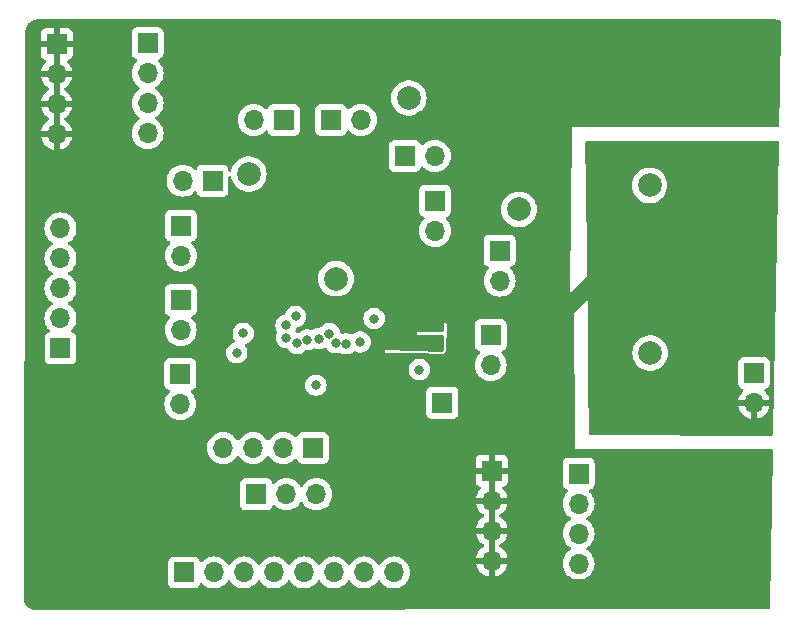
<source format=gbr>
%TF.GenerationSoftware,KiCad,Pcbnew,7.0.6*%
%TF.CreationDate,2024-02-20T00:48:48-05:00*%
%TF.ProjectId,AD7768_breakout,41443737-3638-45f6-9272-65616b6f7574,rev?*%
%TF.SameCoordinates,Original*%
%TF.FileFunction,Copper,L2,Inr*%
%TF.FilePolarity,Positive*%
%FSLAX46Y46*%
G04 Gerber Fmt 4.6, Leading zero omitted, Abs format (unit mm)*
G04 Created by KiCad (PCBNEW 7.0.6) date 2024-02-20 00:48:48*
%MOMM*%
%LPD*%
G01*
G04 APERTURE LIST*
%TA.AperFunction,ComponentPad*%
%ADD10R,1.700000X1.700000*%
%TD*%
%TA.AperFunction,ComponentPad*%
%ADD11O,1.700000X1.700000*%
%TD*%
%TA.AperFunction,ViaPad*%
%ADD12C,0.800000*%
%TD*%
%TA.AperFunction,ViaPad*%
%ADD13C,2.000000*%
%TD*%
G04 APERTURE END LIST*
D10*
%TO.N,Net-(J10-Pin_1)*%
%TO.C,J10*%
X196975000Y-82325000D03*
%TD*%
%TO.N,Net-(J1-Pin_1)*%
%TO.C,J1*%
X177525000Y-63525000D03*
D11*
%TO.N,Net-(J1-Pin_2)*%
X174985000Y-63525000D03*
%TD*%
D10*
%TO.N,Net-(J7-Pin_1)*%
%TO.C,J7*%
X201825000Y-69450000D03*
D11*
%TO.N,Net-(J7-Pin_2)*%
X201825000Y-71990000D03*
%TD*%
D10*
%TO.N,Net-(J18-Pin_1)*%
%TO.C,J18*%
X175100000Y-96700000D03*
D11*
%TO.N,Net-(J18-Pin_2)*%
X177640000Y-96700000D03*
%TO.N,Net-(J18-Pin_3)*%
X180180000Y-96700000D03*
%TO.N,Net-(J18-Pin_4)*%
X182720000Y-96700000D03*
%TO.N,Net-(J18-Pin_5)*%
X185260000Y-96700000D03*
%TO.N,Net-(J18-Pin_6)*%
X187800000Y-96700000D03*
%TO.N,Net-(J18-Pin_7)*%
X190340000Y-96700000D03*
%TO.N,Net-(J18-Pin_8)*%
X192880000Y-96700000D03*
%TD*%
D10*
%TO.N,Net-(J2-Pin_1)*%
%TO.C,J2*%
X174850000Y-67325000D03*
D11*
%TO.N,Net-(J2-Pin_2)*%
X174850000Y-69865000D03*
%TD*%
D10*
%TO.N,vin*%
%TO.C,J9*%
X223350000Y-79800000D03*
D11*
%TO.N,GND*%
X223350000Y-82340000D03*
%TD*%
D10*
%TO.N,Net-(J6-Pin_1)*%
%TO.C,J6*%
X196375000Y-65225000D03*
D11*
%TO.N,Net-(J6-Pin_2)*%
X196375000Y-67765000D03*
%TD*%
D10*
%TO.N,Net-(J17-Pin_1)*%
%TO.C,J17*%
X187550000Y-58375000D03*
D11*
%TO.N,Net-(J17-Pin_2)*%
X190090000Y-58375000D03*
%TD*%
D10*
%TO.N,GND*%
%TO.C,J20*%
X201160000Y-88080000D03*
D11*
X201160000Y-90620000D03*
X201160000Y-93160000D03*
X201160000Y-95700000D03*
%TD*%
D10*
%TO.N,Net-(J13-Pin_1)*%
%TO.C,J13*%
X181235000Y-90075000D03*
D11*
%TO.N,Net-(J13-Pin_2)*%
X183775000Y-90075000D03*
%TO.N,rst*%
X186315000Y-90075000D03*
%TD*%
D10*
%TO.N,Net-(J12-Pin_1)*%
%TO.C,J12*%
X186040000Y-86150000D03*
D11*
%TO.N,Net-(J12-Pin_2)*%
X183500000Y-86150000D03*
%TO.N,Net-(J12-Pin_3)*%
X180960000Y-86150000D03*
%TO.N,Net-(J12-Pin_4)*%
X178420000Y-86150000D03*
%TD*%
D10*
%TO.N,Net-(J11-Pin_1)*%
%TO.C,J11*%
X164650000Y-77720000D03*
D11*
%TO.N,Net-(J11-Pin_2)*%
X164650000Y-75180000D03*
%TO.N,Net-(J11-Pin_3)*%
X164650000Y-72640000D03*
%TO.N,Net-(J11-Pin_4)*%
X164650000Y-70100000D03*
%TO.N,Net-(J11-Pin_5)*%
X164650000Y-67560000D03*
%TD*%
D10*
%TO.N,Net-(J14-Pin_1)*%
%TO.C,J14*%
X183550000Y-58375000D03*
D11*
%TO.N,Net-(J14-Pin_2)*%
X181010000Y-58375000D03*
%TD*%
D10*
%TO.N,Net-(J4-Pin_1)*%
%TO.C,J4*%
X174800000Y-79900000D03*
D11*
%TO.N,Net-(J4-Pin_2)*%
X174800000Y-82440000D03*
%TD*%
D10*
%TO.N,Net-(J8-Pin_1)*%
%TO.C,J8*%
X201075000Y-76600000D03*
D11*
%TO.N,Net-(J8-Pin_2)*%
X201075000Y-79140000D03*
%TD*%
D10*
%TO.N,5v*%
%TO.C,J19*%
X208520000Y-88320000D03*
D11*
X208520000Y-90860000D03*
X208520000Y-93400000D03*
X208520000Y-95940000D03*
%TD*%
D10*
%TO.N,GND*%
%TO.C,J16*%
X164325000Y-51950000D03*
D11*
X164325000Y-54490000D03*
X164325000Y-57030000D03*
X164325000Y-59570000D03*
%TD*%
D10*
%TO.N,Net-(J5-Pin_1)*%
%TO.C,J5*%
X193800000Y-61425000D03*
D11*
%TO.N,Net-(J5-Pin_2)*%
X196340000Y-61425000D03*
%TD*%
D10*
%TO.N,Net-(J3-Pin_1)*%
%TO.C,J3*%
X174825000Y-73625000D03*
D11*
%TO.N,Net-(J3-Pin_2)*%
X174825000Y-76165000D03*
%TD*%
D10*
%TO.N,5v*%
%TO.C,J15*%
X172025000Y-51875000D03*
D11*
X172025000Y-54415000D03*
X172025000Y-56955000D03*
X172025000Y-59495000D03*
%TD*%
D12*
%TO.N,GND*%
X194150000Y-84875000D03*
X192300000Y-65100000D03*
X197750000Y-78475000D03*
X223700000Y-73200000D03*
X217725000Y-62400000D03*
X178125000Y-68700000D03*
X184025000Y-71625000D03*
X191500000Y-77025000D03*
X181750000Y-65900000D03*
X198950000Y-66690000D03*
X195125000Y-58050000D03*
X222938900Y-70788900D03*
X218350000Y-77925000D03*
X216825000Y-70800000D03*
X210975000Y-77125000D03*
X187050000Y-69900000D03*
X190875000Y-71125000D03*
D13*
%TO.N,5v*%
X214525000Y-63925000D03*
X203470000Y-65950000D03*
X214575000Y-78100000D03*
X194150000Y-56525000D03*
X180600000Y-62950000D03*
X187975000Y-71825000D03*
D12*
%TO.N,Net-(J10-Pin_1)*%
X191200000Y-75200000D03*
X195025000Y-79525000D03*
%TO.N,Net-(J11-Pin_1)*%
X179575000Y-78100000D03*
%TO.N,Net-(J11-Pin_2)*%
X183775000Y-76825000D03*
%TO.N,Net-(J11-Pin_3)*%
X180125000Y-76450000D03*
%TO.N,Net-(J11-Pin_4)*%
X183750000Y-75775000D03*
%TO.N,Net-(J11-Pin_5)*%
X184550000Y-75025000D03*
%TO.N,Net-(J18-Pin_1)*%
X184700000Y-77300000D03*
%TO.N,Net-(J18-Pin_2)*%
X185537682Y-77000828D03*
%TO.N,Net-(J18-Pin_3)*%
X186275000Y-80850000D03*
%TO.N,Net-(J18-Pin_4)*%
X186525000Y-76900000D03*
%TO.N,Net-(J18-Pin_5)*%
X187400000Y-76475000D03*
%TO.N,Net-(J18-Pin_6)*%
X187953000Y-77250000D03*
%TO.N,Net-(J18-Pin_7)*%
X188838335Y-77336011D03*
%TO.N,Net-(J18-Pin_8)*%
X190025000Y-77175000D03*
%TD*%
%TA.AperFunction,Conductor*%
%TO.N,GND*%
G36*
X201410000Y-95264498D02*
G01*
X201302315Y-95215320D01*
X201195763Y-95200000D01*
X201124237Y-95200000D01*
X201017685Y-95215320D01*
X200910000Y-95264498D01*
X200910000Y-93595501D01*
X201017685Y-93644680D01*
X201124237Y-93660000D01*
X201195763Y-93660000D01*
X201302315Y-93644680D01*
X201410000Y-93595501D01*
X201410000Y-95264498D01*
G37*
%TD.AperFunction*%
%TA.AperFunction,Conductor*%
G36*
X201410000Y-92724498D02*
G01*
X201302315Y-92675320D01*
X201195763Y-92660000D01*
X201124237Y-92660000D01*
X201017685Y-92675320D01*
X200910000Y-92724498D01*
X200910000Y-91055501D01*
X201017685Y-91104680D01*
X201124237Y-91120000D01*
X201195763Y-91120000D01*
X201302315Y-91104680D01*
X201410000Y-91055501D01*
X201410000Y-92724498D01*
G37*
%TD.AperFunction*%
%TA.AperFunction,Conductor*%
G36*
X201410000Y-90184498D02*
G01*
X201302315Y-90135320D01*
X201195763Y-90120000D01*
X201124237Y-90120000D01*
X201017685Y-90135320D01*
X200910000Y-90184498D01*
X200910000Y-88515501D01*
X201017685Y-88564680D01*
X201124237Y-88580000D01*
X201195763Y-88580000D01*
X201302315Y-88564680D01*
X201410000Y-88515501D01*
X201410000Y-90184498D01*
G37*
%TD.AperFunction*%
%TA.AperFunction,Conductor*%
G36*
X164575000Y-59134498D02*
G01*
X164467315Y-59085320D01*
X164360763Y-59070000D01*
X164289237Y-59070000D01*
X164182685Y-59085320D01*
X164075000Y-59134498D01*
X164075000Y-57465501D01*
X164182685Y-57514680D01*
X164289237Y-57530000D01*
X164360763Y-57530000D01*
X164467315Y-57514680D01*
X164575000Y-57465501D01*
X164575000Y-59134498D01*
G37*
%TD.AperFunction*%
%TA.AperFunction,Conductor*%
G36*
X164575000Y-56594498D02*
G01*
X164467315Y-56545320D01*
X164360763Y-56530000D01*
X164289237Y-56530000D01*
X164182685Y-56545320D01*
X164075000Y-56594498D01*
X164075000Y-54925501D01*
X164182685Y-54974680D01*
X164289237Y-54990000D01*
X164360763Y-54990000D01*
X164467315Y-54974680D01*
X164575000Y-54925501D01*
X164575000Y-56594498D01*
G37*
%TD.AperFunction*%
%TA.AperFunction,Conductor*%
G36*
X164575000Y-54054498D02*
G01*
X164467315Y-54005320D01*
X164360763Y-53990000D01*
X164289237Y-53990000D01*
X164182685Y-54005320D01*
X164075000Y-54054498D01*
X164075000Y-52385501D01*
X164182685Y-52434680D01*
X164289237Y-52450000D01*
X164360763Y-52450000D01*
X164467315Y-52434680D01*
X164575000Y-52385501D01*
X164575000Y-54054498D01*
G37*
%TD.AperFunction*%
%TA.AperFunction,Conductor*%
G36*
X225128694Y-49875736D02*
G01*
X225140703Y-49876785D01*
X225171528Y-49879480D01*
X225297655Y-49891895D01*
X225317578Y-49895518D01*
X225384210Y-49913360D01*
X225477337Y-49941591D01*
X225493734Y-49947861D01*
X225529781Y-49964657D01*
X225561148Y-49979273D01*
X225564149Y-49980772D01*
X225574173Y-49986126D01*
X225591436Y-49995347D01*
X225641295Y-50044294D01*
X225656992Y-50107122D01*
X225544538Y-55916505D01*
X225487203Y-58878401D01*
X225466225Y-58945046D01*
X225412546Y-58989770D01*
X225363227Y-59000000D01*
X209135158Y-59000000D01*
X209131388Y-58998893D01*
X209083165Y-58998893D01*
X207958165Y-58998893D01*
X207958164Y-58998893D01*
X207824999Y-73074999D01*
X207825000Y-73075000D01*
X209250000Y-71650000D01*
X209249360Y-71601506D01*
X209229565Y-70100403D01*
X209148127Y-63925005D01*
X213019357Y-63925005D01*
X213039890Y-64172812D01*
X213039892Y-64172824D01*
X213100936Y-64413881D01*
X213200826Y-64641606D01*
X213336833Y-64849782D01*
X213369245Y-64884991D01*
X213505256Y-65032738D01*
X213701491Y-65185474D01*
X213920190Y-65303828D01*
X214155386Y-65384571D01*
X214400665Y-65425500D01*
X214649335Y-65425500D01*
X214894614Y-65384571D01*
X215129810Y-65303828D01*
X215348509Y-65185474D01*
X215544744Y-65032738D01*
X215713164Y-64849785D01*
X215849173Y-64641607D01*
X215949063Y-64413881D01*
X216010108Y-64172821D01*
X216013436Y-64132664D01*
X216022982Y-64017452D01*
X216030643Y-63925000D01*
X216010108Y-63677179D01*
X215971571Y-63524999D01*
X215949063Y-63436118D01*
X215849173Y-63208393D01*
X215713166Y-63000217D01*
X215666932Y-62949994D01*
X215544744Y-62817262D01*
X215348509Y-62664526D01*
X215348507Y-62664525D01*
X215348506Y-62664524D01*
X215129811Y-62546172D01*
X215129802Y-62546169D01*
X214894616Y-62465429D01*
X214649335Y-62424500D01*
X214400665Y-62424500D01*
X214155383Y-62465429D01*
X213920197Y-62546169D01*
X213920188Y-62546172D01*
X213701493Y-62664524D01*
X213505257Y-62817261D01*
X213336833Y-63000217D01*
X213200826Y-63208393D01*
X213100936Y-63436118D01*
X213039892Y-63677175D01*
X213039890Y-63677187D01*
X213019357Y-63924994D01*
X213019357Y-63925005D01*
X209148127Y-63925005D01*
X209100314Y-60299344D01*
X209119113Y-60232053D01*
X209171309Y-60185606D01*
X209223963Y-60173711D01*
X225336218Y-60129927D01*
X225403308Y-60149430D01*
X225449206Y-60202109D01*
X225460529Y-60256327D01*
X224981803Y-84987094D01*
X224960824Y-85053740D01*
X224907145Y-85098464D01*
X224857297Y-85108693D01*
X209499106Y-85043153D01*
X209432151Y-85023182D01*
X209386622Y-84970184D01*
X209375638Y-84919981D01*
X209375345Y-84876098D01*
X209347488Y-80697870D01*
X221999500Y-80697870D01*
X221999501Y-80697876D01*
X222005908Y-80757483D01*
X222056202Y-80892328D01*
X222056206Y-80892335D01*
X222142452Y-81007544D01*
X222142455Y-81007547D01*
X222257664Y-81093793D01*
X222257671Y-81093797D01*
X222294537Y-81107547D01*
X222389598Y-81143002D01*
X222445531Y-81184873D01*
X222469949Y-81250337D01*
X222455098Y-81318610D01*
X222433947Y-81346865D01*
X222311886Y-81468926D01*
X222176400Y-81662420D01*
X222176399Y-81662422D01*
X222076570Y-81876507D01*
X222076567Y-81876513D01*
X222019364Y-82089999D01*
X222019364Y-82090000D01*
X222916314Y-82090000D01*
X222890507Y-82130156D01*
X222850000Y-82268111D01*
X222850000Y-82411889D01*
X222890507Y-82549844D01*
X222916314Y-82590000D01*
X222019364Y-82590000D01*
X222076567Y-82803486D01*
X222076570Y-82803492D01*
X222176399Y-83017578D01*
X222311894Y-83211082D01*
X222478917Y-83378105D01*
X222672421Y-83513600D01*
X222886507Y-83613429D01*
X222886516Y-83613433D01*
X223100000Y-83670634D01*
X223100000Y-82775501D01*
X223207685Y-82824680D01*
X223314237Y-82840000D01*
X223385763Y-82840000D01*
X223492315Y-82824680D01*
X223600000Y-82775501D01*
X223600000Y-83670633D01*
X223813483Y-83613433D01*
X223813492Y-83613429D01*
X224027578Y-83513600D01*
X224221082Y-83378105D01*
X224388105Y-83211082D01*
X224523600Y-83017578D01*
X224623429Y-82803492D01*
X224623432Y-82803486D01*
X224680636Y-82590000D01*
X223783686Y-82590000D01*
X223809493Y-82549844D01*
X223850000Y-82411889D01*
X223850000Y-82268111D01*
X223809493Y-82130156D01*
X223783686Y-82090000D01*
X224680636Y-82090000D01*
X224680635Y-82089999D01*
X224623432Y-81876513D01*
X224623429Y-81876507D01*
X224523600Y-81662422D01*
X224523599Y-81662420D01*
X224388113Y-81468926D01*
X224388108Y-81468920D01*
X224266053Y-81346865D01*
X224232568Y-81285542D01*
X224237552Y-81215850D01*
X224279424Y-81159917D01*
X224310400Y-81143002D01*
X224442331Y-81093796D01*
X224557546Y-81007546D01*
X224643796Y-80892331D01*
X224694091Y-80757483D01*
X224700500Y-80697873D01*
X224700499Y-78902128D01*
X224694091Y-78842517D01*
X224684427Y-78816607D01*
X224643797Y-78707671D01*
X224643793Y-78707664D01*
X224557547Y-78592455D01*
X224557544Y-78592452D01*
X224442335Y-78506206D01*
X224442328Y-78506202D01*
X224307482Y-78455908D01*
X224307483Y-78455908D01*
X224247883Y-78449501D01*
X224247881Y-78449500D01*
X224247873Y-78449500D01*
X224247864Y-78449500D01*
X222452129Y-78449500D01*
X222452123Y-78449501D01*
X222392516Y-78455908D01*
X222257671Y-78506202D01*
X222257664Y-78506206D01*
X222142455Y-78592452D01*
X222142452Y-78592455D01*
X222056206Y-78707664D01*
X222056202Y-78707671D01*
X222005908Y-78842517D01*
X221999501Y-78902116D01*
X221999501Y-78902123D01*
X221999500Y-78902135D01*
X221999500Y-80697870D01*
X209347488Y-80697870D01*
X209330168Y-78100005D01*
X213069357Y-78100005D01*
X213089890Y-78347812D01*
X213089892Y-78347824D01*
X213150936Y-78588881D01*
X213250826Y-78816606D01*
X213386833Y-79024782D01*
X213386836Y-79024785D01*
X213555256Y-79207738D01*
X213751491Y-79360474D01*
X213970190Y-79478828D01*
X214205386Y-79559571D01*
X214450665Y-79600500D01*
X214699335Y-79600500D01*
X214944614Y-79559571D01*
X215179810Y-79478828D01*
X215398509Y-79360474D01*
X215594744Y-79207738D01*
X215763164Y-79024785D01*
X215899173Y-78816607D01*
X215999063Y-78588881D01*
X216060108Y-78347821D01*
X216080643Y-78100000D01*
X216063557Y-77893797D01*
X216060109Y-77852187D01*
X216060107Y-77852175D01*
X215999063Y-77611118D01*
X215899173Y-77383393D01*
X215763166Y-77175217D01*
X215741557Y-77151744D01*
X215594744Y-76992262D01*
X215398509Y-76839526D01*
X215398507Y-76839525D01*
X215398506Y-76839524D01*
X215179811Y-76721172D01*
X215179802Y-76721169D01*
X214944616Y-76640429D01*
X214699335Y-76599500D01*
X214450665Y-76599500D01*
X214205383Y-76640429D01*
X213970197Y-76721169D01*
X213970188Y-76721172D01*
X213751493Y-76839524D01*
X213555257Y-76992261D01*
X213386833Y-77175217D01*
X213250826Y-77383393D01*
X213150936Y-77611118D01*
X213089892Y-77852175D01*
X213089890Y-77852187D01*
X213069357Y-78099994D01*
X213069357Y-78100005D01*
X209330168Y-78100005D01*
X209300000Y-73575000D01*
X209299998Y-73575000D01*
X208149999Y-74725000D01*
X208202689Y-84983009D01*
X208200225Y-84991562D01*
X208200225Y-85037611D01*
X208200225Y-86212611D01*
X224831379Y-86236268D01*
X224898387Y-86256047D01*
X224944067Y-86308916D01*
X224955176Y-86362667D01*
X224696907Y-99704757D01*
X224675928Y-99771403D01*
X224622249Y-99816127D01*
X224573074Y-99826357D01*
X162556382Y-99898331D01*
X162550962Y-99898100D01*
X162506965Y-99894293D01*
X162381827Y-99882124D01*
X162361800Y-99878498D01*
X162293012Y-99860107D01*
X162201616Y-99832428D01*
X162185170Y-99826141D01*
X162116270Y-99794023D01*
X162113253Y-99792515D01*
X162073755Y-99771403D01*
X162030479Y-99748271D01*
X162024139Y-99744376D01*
X161956809Y-99697203D01*
X161953055Y-99694352D01*
X161905906Y-99655621D01*
X161881722Y-99635754D01*
X161877204Y-99631654D01*
X161818803Y-99573172D01*
X161814708Y-99568647D01*
X161756217Y-99497239D01*
X161753364Y-99493473D01*
X161727883Y-99456996D01*
X161706295Y-99426090D01*
X161702399Y-99419731D01*
X161658263Y-99336880D01*
X161656760Y-99333863D01*
X161652650Y-99325014D01*
X161624744Y-99264928D01*
X161618479Y-99248471D01*
X161590934Y-99157055D01*
X161572618Y-99088166D01*
X161569030Y-99068201D01*
X161557399Y-98947227D01*
X161553238Y-98898339D01*
X161553016Y-98892939D01*
X161553185Y-98825258D01*
X161556252Y-97597870D01*
X173749500Y-97597870D01*
X173749501Y-97597876D01*
X173755908Y-97657483D01*
X173806202Y-97792328D01*
X173806206Y-97792335D01*
X173892452Y-97907544D01*
X173892455Y-97907547D01*
X174007664Y-97993793D01*
X174007671Y-97993797D01*
X174142517Y-98044091D01*
X174142516Y-98044091D01*
X174149444Y-98044835D01*
X174202127Y-98050500D01*
X175997872Y-98050499D01*
X176057483Y-98044091D01*
X176192331Y-97993796D01*
X176307546Y-97907546D01*
X176393796Y-97792331D01*
X176442810Y-97660916D01*
X176484681Y-97604984D01*
X176550145Y-97580566D01*
X176618418Y-97595417D01*
X176646673Y-97616569D01*
X176768599Y-97738495D01*
X176865384Y-97806264D01*
X176962165Y-97874032D01*
X176962167Y-97874033D01*
X176962170Y-97874035D01*
X177176337Y-97973903D01*
X177404592Y-98035063D01*
X177581034Y-98050500D01*
X177639999Y-98055659D01*
X177640000Y-98055659D01*
X177640001Y-98055659D01*
X177698966Y-98050500D01*
X177875408Y-98035063D01*
X178103663Y-97973903D01*
X178317830Y-97874035D01*
X178511401Y-97738495D01*
X178678495Y-97571401D01*
X178808424Y-97385842D01*
X178863002Y-97342217D01*
X178932500Y-97335023D01*
X178994855Y-97366546D01*
X179011575Y-97385842D01*
X179141500Y-97571395D01*
X179141505Y-97571401D01*
X179308599Y-97738495D01*
X179405384Y-97806264D01*
X179502165Y-97874032D01*
X179502167Y-97874033D01*
X179502170Y-97874035D01*
X179716337Y-97973903D01*
X179944592Y-98035063D01*
X180121034Y-98050500D01*
X180179999Y-98055659D01*
X180180000Y-98055659D01*
X180180001Y-98055659D01*
X180238966Y-98050500D01*
X180415408Y-98035063D01*
X180643663Y-97973903D01*
X180857830Y-97874035D01*
X181051401Y-97738495D01*
X181218495Y-97571401D01*
X181348424Y-97385842D01*
X181403002Y-97342217D01*
X181472500Y-97335023D01*
X181534855Y-97366546D01*
X181551575Y-97385842D01*
X181681500Y-97571395D01*
X181681505Y-97571401D01*
X181848599Y-97738495D01*
X181945384Y-97806264D01*
X182042165Y-97874032D01*
X182042167Y-97874033D01*
X182042170Y-97874035D01*
X182256337Y-97973903D01*
X182484592Y-98035063D01*
X182661034Y-98050500D01*
X182719999Y-98055659D01*
X182720000Y-98055659D01*
X182720001Y-98055659D01*
X182778966Y-98050500D01*
X182955408Y-98035063D01*
X183183663Y-97973903D01*
X183397830Y-97874035D01*
X183591401Y-97738495D01*
X183758495Y-97571401D01*
X183888424Y-97385842D01*
X183943002Y-97342217D01*
X184012500Y-97335023D01*
X184074855Y-97366546D01*
X184091575Y-97385842D01*
X184221500Y-97571395D01*
X184221505Y-97571401D01*
X184388599Y-97738495D01*
X184485384Y-97806264D01*
X184582165Y-97874032D01*
X184582167Y-97874033D01*
X184582170Y-97874035D01*
X184796337Y-97973903D01*
X185024592Y-98035063D01*
X185201034Y-98050500D01*
X185259999Y-98055659D01*
X185260000Y-98055659D01*
X185260001Y-98055659D01*
X185318966Y-98050500D01*
X185495408Y-98035063D01*
X185723663Y-97973903D01*
X185937830Y-97874035D01*
X186131401Y-97738495D01*
X186298495Y-97571401D01*
X186428424Y-97385842D01*
X186483002Y-97342217D01*
X186552500Y-97335023D01*
X186614855Y-97366546D01*
X186631575Y-97385842D01*
X186761500Y-97571395D01*
X186761505Y-97571401D01*
X186928599Y-97738495D01*
X187025384Y-97806264D01*
X187122165Y-97874032D01*
X187122167Y-97874033D01*
X187122170Y-97874035D01*
X187336337Y-97973903D01*
X187564592Y-98035063D01*
X187741034Y-98050500D01*
X187799999Y-98055659D01*
X187800000Y-98055659D01*
X187800001Y-98055659D01*
X187858966Y-98050500D01*
X188035408Y-98035063D01*
X188263663Y-97973903D01*
X188477830Y-97874035D01*
X188671401Y-97738495D01*
X188838495Y-97571401D01*
X188968424Y-97385842D01*
X189023002Y-97342217D01*
X189092500Y-97335023D01*
X189154855Y-97366546D01*
X189171575Y-97385842D01*
X189301500Y-97571395D01*
X189301505Y-97571401D01*
X189468599Y-97738495D01*
X189565384Y-97806264D01*
X189662165Y-97874032D01*
X189662167Y-97874033D01*
X189662170Y-97874035D01*
X189876337Y-97973903D01*
X190104592Y-98035063D01*
X190281034Y-98050500D01*
X190339999Y-98055659D01*
X190340000Y-98055659D01*
X190340001Y-98055659D01*
X190398966Y-98050500D01*
X190575408Y-98035063D01*
X190803663Y-97973903D01*
X191017830Y-97874035D01*
X191211401Y-97738495D01*
X191378495Y-97571401D01*
X191508424Y-97385842D01*
X191563002Y-97342217D01*
X191632500Y-97335023D01*
X191694855Y-97366546D01*
X191711575Y-97385842D01*
X191841500Y-97571395D01*
X191841505Y-97571401D01*
X192008599Y-97738495D01*
X192105384Y-97806264D01*
X192202165Y-97874032D01*
X192202167Y-97874033D01*
X192202170Y-97874035D01*
X192416337Y-97973903D01*
X192644592Y-98035063D01*
X192821034Y-98050500D01*
X192879999Y-98055659D01*
X192880000Y-98055659D01*
X192880001Y-98055659D01*
X192938966Y-98050500D01*
X193115408Y-98035063D01*
X193343663Y-97973903D01*
X193557830Y-97874035D01*
X193751401Y-97738495D01*
X193918495Y-97571401D01*
X194054035Y-97377830D01*
X194153903Y-97163663D01*
X194215063Y-96935408D01*
X194235659Y-96700000D01*
X194215063Y-96464592D01*
X194153903Y-96236337D01*
X194054035Y-96022171D01*
X194048425Y-96014158D01*
X193918494Y-95828597D01*
X193751402Y-95661506D01*
X193751395Y-95661501D01*
X193557834Y-95525967D01*
X193557830Y-95525965D01*
X193557828Y-95525964D01*
X193343663Y-95426097D01*
X193343659Y-95426096D01*
X193343655Y-95426094D01*
X193115413Y-95364938D01*
X193115403Y-95364936D01*
X192880001Y-95344341D01*
X192879999Y-95344341D01*
X192644596Y-95364936D01*
X192644586Y-95364938D01*
X192416344Y-95426094D01*
X192416335Y-95426098D01*
X192202171Y-95525964D01*
X192202169Y-95525965D01*
X192008597Y-95661505D01*
X191841505Y-95828597D01*
X191711575Y-96014158D01*
X191656998Y-96057783D01*
X191587500Y-96064977D01*
X191525145Y-96033454D01*
X191508425Y-96014158D01*
X191378494Y-95828597D01*
X191211402Y-95661506D01*
X191211395Y-95661501D01*
X191017834Y-95525967D01*
X191017830Y-95525965D01*
X191017828Y-95525964D01*
X190803663Y-95426097D01*
X190803659Y-95426096D01*
X190803655Y-95426094D01*
X190575413Y-95364938D01*
X190575403Y-95364936D01*
X190340001Y-95344341D01*
X190339999Y-95344341D01*
X190104596Y-95364936D01*
X190104586Y-95364938D01*
X189876344Y-95426094D01*
X189876335Y-95426098D01*
X189662171Y-95525964D01*
X189662169Y-95525965D01*
X189468597Y-95661505D01*
X189301508Y-95828594D01*
X189171574Y-96014159D01*
X189116997Y-96057784D01*
X189047498Y-96064976D01*
X188985144Y-96033454D01*
X188968424Y-96014158D01*
X188838494Y-95828597D01*
X188671402Y-95661506D01*
X188671395Y-95661501D01*
X188477834Y-95525967D01*
X188477830Y-95525965D01*
X188477830Y-95525964D01*
X188263663Y-95426097D01*
X188263659Y-95426096D01*
X188263655Y-95426094D01*
X188035413Y-95364938D01*
X188035403Y-95364936D01*
X187800001Y-95344341D01*
X187799999Y-95344341D01*
X187564596Y-95364936D01*
X187564586Y-95364938D01*
X187336344Y-95426094D01*
X187336335Y-95426098D01*
X187122171Y-95525964D01*
X187122169Y-95525965D01*
X186928597Y-95661505D01*
X186761505Y-95828597D01*
X186631575Y-96014158D01*
X186576998Y-96057783D01*
X186507500Y-96064977D01*
X186445145Y-96033454D01*
X186428425Y-96014158D01*
X186298494Y-95828597D01*
X186131402Y-95661506D01*
X186131395Y-95661501D01*
X185937834Y-95525967D01*
X185937830Y-95525965D01*
X185937829Y-95525964D01*
X185723663Y-95426097D01*
X185723659Y-95426096D01*
X185723655Y-95426094D01*
X185495413Y-95364938D01*
X185495403Y-95364936D01*
X185260001Y-95344341D01*
X185259999Y-95344341D01*
X185024596Y-95364936D01*
X185024586Y-95364938D01*
X184796344Y-95426094D01*
X184796335Y-95426098D01*
X184582171Y-95525964D01*
X184582169Y-95525965D01*
X184388597Y-95661505D01*
X184221508Y-95828594D01*
X184091574Y-96014160D01*
X184036997Y-96057784D01*
X183967498Y-96064977D01*
X183905144Y-96033455D01*
X183888429Y-96014164D01*
X183758495Y-95828599D01*
X183758493Y-95828596D01*
X183591402Y-95661506D01*
X183591395Y-95661501D01*
X183397834Y-95525967D01*
X183397830Y-95525965D01*
X183397830Y-95525964D01*
X183183663Y-95426097D01*
X183183659Y-95426096D01*
X183183655Y-95426094D01*
X182955413Y-95364938D01*
X182955403Y-95364936D01*
X182720001Y-95344341D01*
X182719999Y-95344341D01*
X182484596Y-95364936D01*
X182484586Y-95364938D01*
X182256344Y-95426094D01*
X182256335Y-95426098D01*
X182042171Y-95525964D01*
X182042169Y-95525965D01*
X181848597Y-95661505D01*
X181681505Y-95828597D01*
X181551575Y-96014158D01*
X181496998Y-96057783D01*
X181427500Y-96064977D01*
X181365145Y-96033454D01*
X181348425Y-96014158D01*
X181218494Y-95828597D01*
X181051402Y-95661506D01*
X181051395Y-95661501D01*
X180857834Y-95525967D01*
X180857830Y-95525965D01*
X180857829Y-95525964D01*
X180643663Y-95426097D01*
X180643659Y-95426096D01*
X180643655Y-95426094D01*
X180415413Y-95364938D01*
X180415403Y-95364936D01*
X180180001Y-95344341D01*
X180179999Y-95344341D01*
X179944596Y-95364936D01*
X179944586Y-95364938D01*
X179716344Y-95426094D01*
X179716335Y-95426098D01*
X179502171Y-95525964D01*
X179502169Y-95525965D01*
X179308597Y-95661505D01*
X179141505Y-95828597D01*
X179011575Y-96014158D01*
X178956998Y-96057783D01*
X178887500Y-96064977D01*
X178825145Y-96033454D01*
X178808425Y-96014158D01*
X178678494Y-95828597D01*
X178511402Y-95661506D01*
X178511395Y-95661501D01*
X178317834Y-95525967D01*
X178317830Y-95525965D01*
X178317830Y-95525964D01*
X178103663Y-95426097D01*
X178103659Y-95426096D01*
X178103655Y-95426094D01*
X177875413Y-95364938D01*
X177875403Y-95364936D01*
X177640001Y-95344341D01*
X177639999Y-95344341D01*
X177404596Y-95364936D01*
X177404586Y-95364938D01*
X177176344Y-95426094D01*
X177176335Y-95426098D01*
X176962171Y-95525964D01*
X176962169Y-95525965D01*
X176768600Y-95661503D01*
X176646673Y-95783430D01*
X176585350Y-95816914D01*
X176515658Y-95811930D01*
X176459725Y-95770058D01*
X176442810Y-95739081D01*
X176393797Y-95607671D01*
X176393793Y-95607664D01*
X176307547Y-95492455D01*
X176307544Y-95492452D01*
X176192335Y-95406206D01*
X176192328Y-95406202D01*
X176057482Y-95355908D01*
X176057483Y-95355908D01*
X175997883Y-95349501D01*
X175997881Y-95349500D01*
X175997873Y-95349500D01*
X175997864Y-95349500D01*
X174202129Y-95349500D01*
X174202123Y-95349501D01*
X174142516Y-95355908D01*
X174007671Y-95406202D01*
X174007664Y-95406206D01*
X173892455Y-95492452D01*
X173892452Y-95492455D01*
X173806206Y-95607664D01*
X173806202Y-95607671D01*
X173755908Y-95742517D01*
X173749501Y-95802116D01*
X173749500Y-95802135D01*
X173749500Y-97597870D01*
X161556252Y-97597870D01*
X161572807Y-90972870D01*
X179884500Y-90972870D01*
X179884501Y-90972876D01*
X179890908Y-91032483D01*
X179941202Y-91167328D01*
X179941206Y-91167335D01*
X180027452Y-91282544D01*
X180027455Y-91282547D01*
X180142664Y-91368793D01*
X180142671Y-91368797D01*
X180277517Y-91419091D01*
X180277516Y-91419091D01*
X180284444Y-91419835D01*
X180337127Y-91425500D01*
X182132872Y-91425499D01*
X182192483Y-91419091D01*
X182327331Y-91368796D01*
X182442546Y-91282546D01*
X182528796Y-91167331D01*
X182577810Y-91035916D01*
X182619681Y-90979984D01*
X182685145Y-90955566D01*
X182753418Y-90970417D01*
X182781673Y-90991568D01*
X182903599Y-91113495D01*
X183000384Y-91181264D01*
X183097165Y-91249032D01*
X183097167Y-91249033D01*
X183097170Y-91249035D01*
X183311337Y-91348903D01*
X183539592Y-91410063D01*
X183716034Y-91425500D01*
X183774999Y-91430659D01*
X183775000Y-91430659D01*
X183775001Y-91430659D01*
X183833966Y-91425500D01*
X184010408Y-91410063D01*
X184238663Y-91348903D01*
X184452830Y-91249035D01*
X184646401Y-91113495D01*
X184813495Y-90946401D01*
X184943424Y-90760842D01*
X184998002Y-90717217D01*
X185067500Y-90710023D01*
X185129855Y-90741546D01*
X185146575Y-90760842D01*
X185276500Y-90946395D01*
X185276505Y-90946401D01*
X185443599Y-91113495D01*
X185540384Y-91181264D01*
X185637165Y-91249032D01*
X185637167Y-91249033D01*
X185637170Y-91249035D01*
X185851337Y-91348903D01*
X186079592Y-91410063D01*
X186256034Y-91425500D01*
X186314999Y-91430659D01*
X186315000Y-91430659D01*
X186315001Y-91430659D01*
X186373966Y-91425500D01*
X186550408Y-91410063D01*
X186778663Y-91348903D01*
X186992830Y-91249035D01*
X187186401Y-91113495D01*
X187353495Y-90946401D01*
X187489035Y-90752830D01*
X187588903Y-90538663D01*
X187650063Y-90310408D01*
X187670659Y-90075000D01*
X187650063Y-89839592D01*
X187588903Y-89611337D01*
X187489035Y-89397171D01*
X187483425Y-89389158D01*
X187353494Y-89203597D01*
X187186402Y-89036506D01*
X187186395Y-89036501D01*
X187102625Y-88977844D01*
X199810000Y-88977844D01*
X199816401Y-89037372D01*
X199816403Y-89037379D01*
X199866645Y-89172086D01*
X199866649Y-89172093D01*
X199952809Y-89287187D01*
X199952812Y-89287190D01*
X200067906Y-89373350D01*
X200067913Y-89373354D01*
X200199986Y-89422614D01*
X200255920Y-89464485D01*
X200280337Y-89529949D01*
X200265486Y-89598222D01*
X200244335Y-89626477D01*
X200121886Y-89748926D01*
X199986400Y-89942420D01*
X199986399Y-89942422D01*
X199886570Y-90156507D01*
X199886567Y-90156513D01*
X199829364Y-90369999D01*
X199829364Y-90370000D01*
X200726314Y-90370000D01*
X200700507Y-90410156D01*
X200660000Y-90548111D01*
X200660000Y-90691889D01*
X200700507Y-90829844D01*
X200726314Y-90870000D01*
X199829364Y-90870000D01*
X199886567Y-91083486D01*
X199886570Y-91083492D01*
X199986399Y-91297578D01*
X200121894Y-91491082D01*
X200288917Y-91658105D01*
X200475031Y-91788425D01*
X200518656Y-91843003D01*
X200525848Y-91912501D01*
X200494326Y-91974856D01*
X200475031Y-91991575D01*
X200288922Y-92121890D01*
X200288920Y-92121891D01*
X200121891Y-92288920D01*
X200121886Y-92288926D01*
X199986400Y-92482420D01*
X199986399Y-92482422D01*
X199886570Y-92696507D01*
X199886567Y-92696513D01*
X199829364Y-92909999D01*
X199829364Y-92910000D01*
X200726314Y-92910000D01*
X200700507Y-92950156D01*
X200660000Y-93088111D01*
X200660000Y-93231889D01*
X200700507Y-93369844D01*
X200726314Y-93410000D01*
X199829364Y-93410000D01*
X199886567Y-93623486D01*
X199886570Y-93623492D01*
X199986399Y-93837578D01*
X200121894Y-94031082D01*
X200288917Y-94198105D01*
X200475031Y-94328425D01*
X200518656Y-94383003D01*
X200525848Y-94452501D01*
X200494326Y-94514856D01*
X200475031Y-94531575D01*
X200288922Y-94661890D01*
X200288920Y-94661891D01*
X200121891Y-94828920D01*
X200121886Y-94828926D01*
X199986400Y-95022420D01*
X199986399Y-95022422D01*
X199886570Y-95236507D01*
X199886567Y-95236513D01*
X199829364Y-95449999D01*
X199829364Y-95450000D01*
X200726314Y-95450000D01*
X200700507Y-95490156D01*
X200660000Y-95628111D01*
X200660000Y-95771889D01*
X200700507Y-95909844D01*
X200726314Y-95950000D01*
X199829364Y-95950000D01*
X199886567Y-96163486D01*
X199886570Y-96163492D01*
X199986399Y-96377578D01*
X200121894Y-96571082D01*
X200288917Y-96738105D01*
X200482421Y-96873600D01*
X200696507Y-96973429D01*
X200696516Y-96973433D01*
X200910000Y-97030634D01*
X200910000Y-96135501D01*
X201017685Y-96184680D01*
X201124237Y-96200000D01*
X201195763Y-96200000D01*
X201302315Y-96184680D01*
X201410000Y-96135501D01*
X201410000Y-97030633D01*
X201623483Y-96973433D01*
X201623492Y-96973429D01*
X201837578Y-96873600D01*
X202031082Y-96738105D01*
X202198105Y-96571082D01*
X202333600Y-96377578D01*
X202433429Y-96163492D01*
X202433432Y-96163486D01*
X202490636Y-95950000D01*
X201593686Y-95950000D01*
X201600113Y-95940000D01*
X207164341Y-95940000D01*
X207184936Y-96175403D01*
X207184938Y-96175413D01*
X207246094Y-96403655D01*
X207246096Y-96403659D01*
X207246097Y-96403663D01*
X207274506Y-96464586D01*
X207345965Y-96617830D01*
X207345967Y-96617834D01*
X207454281Y-96772521D01*
X207481505Y-96811401D01*
X207648599Y-96978495D01*
X207723060Y-97030633D01*
X207842165Y-97114032D01*
X207842167Y-97114033D01*
X207842170Y-97114035D01*
X208056337Y-97213903D01*
X208284592Y-97275063D01*
X208472918Y-97291539D01*
X208519999Y-97295659D01*
X208520000Y-97295659D01*
X208520001Y-97295659D01*
X208559234Y-97292226D01*
X208755408Y-97275063D01*
X208983663Y-97213903D01*
X209197830Y-97114035D01*
X209391401Y-96978495D01*
X209558495Y-96811401D01*
X209694035Y-96617830D01*
X209793903Y-96403663D01*
X209855063Y-96175408D01*
X209875659Y-95940000D01*
X209855063Y-95704592D01*
X209798222Y-95492455D01*
X209793905Y-95476344D01*
X209793904Y-95476343D01*
X209793903Y-95476337D01*
X209694035Y-95262171D01*
X209676070Y-95236513D01*
X209558494Y-95068597D01*
X209391402Y-94901506D01*
X209391401Y-94901505D01*
X209205842Y-94771575D01*
X209205841Y-94771574D01*
X209162216Y-94716997D01*
X209155024Y-94647498D01*
X209186546Y-94585144D01*
X209205836Y-94568428D01*
X209391401Y-94438495D01*
X209558495Y-94271401D01*
X209694035Y-94077830D01*
X209793903Y-93863663D01*
X209855063Y-93635408D01*
X209875659Y-93400000D01*
X209855063Y-93164592D01*
X209793903Y-92936337D01*
X209694035Y-92722171D01*
X209676070Y-92696513D01*
X209558494Y-92528597D01*
X209391402Y-92361506D01*
X209391396Y-92361501D01*
X209205842Y-92231575D01*
X209162217Y-92176998D01*
X209155023Y-92107500D01*
X209186546Y-92045145D01*
X209205842Y-92028425D01*
X209371398Y-91912501D01*
X209391401Y-91898495D01*
X209558495Y-91731401D01*
X209694035Y-91537830D01*
X209793903Y-91323663D01*
X209855063Y-91095408D01*
X209875659Y-90860000D01*
X209855063Y-90624592D01*
X209793903Y-90396337D01*
X209694035Y-90182171D01*
X209676069Y-90156513D01*
X209558496Y-89988600D01*
X209512316Y-89942420D01*
X209436567Y-89866671D01*
X209403084Y-89805351D01*
X209408068Y-89735659D01*
X209449939Y-89679725D01*
X209480915Y-89662810D01*
X209612331Y-89613796D01*
X209727546Y-89527546D01*
X209813796Y-89412331D01*
X209864091Y-89277483D01*
X209870500Y-89217873D01*
X209870499Y-87422128D01*
X209864091Y-87362517D01*
X209862237Y-87357547D01*
X209813797Y-87227671D01*
X209813793Y-87227664D01*
X209727547Y-87112455D01*
X209727544Y-87112452D01*
X209612335Y-87026206D01*
X209612328Y-87026202D01*
X209477482Y-86975908D01*
X209477483Y-86975908D01*
X209417883Y-86969501D01*
X209417881Y-86969500D01*
X209417873Y-86969500D01*
X209417864Y-86969500D01*
X207622129Y-86969500D01*
X207622123Y-86969501D01*
X207562516Y-86975908D01*
X207427671Y-87026202D01*
X207427664Y-87026206D01*
X207312455Y-87112452D01*
X207312452Y-87112455D01*
X207226206Y-87227664D01*
X207226202Y-87227671D01*
X207175908Y-87362517D01*
X207169501Y-87422116D01*
X207169501Y-87422123D01*
X207169500Y-87422135D01*
X207169500Y-89217870D01*
X207169501Y-89217876D01*
X207175908Y-89277483D01*
X207226202Y-89412328D01*
X207226206Y-89412335D01*
X207312452Y-89527544D01*
X207312455Y-89527547D01*
X207427664Y-89613793D01*
X207427671Y-89613797D01*
X207559081Y-89662810D01*
X207615015Y-89704681D01*
X207639432Y-89770145D01*
X207624580Y-89838418D01*
X207603430Y-89866673D01*
X207481503Y-89988600D01*
X207345965Y-90182169D01*
X207345964Y-90182171D01*
X207246098Y-90396335D01*
X207246094Y-90396344D01*
X207184938Y-90624586D01*
X207184936Y-90624596D01*
X207164341Y-90859999D01*
X207164341Y-90860000D01*
X207184936Y-91095403D01*
X207184938Y-91095413D01*
X207246094Y-91323655D01*
X207246096Y-91323659D01*
X207246097Y-91323663D01*
X207286385Y-91410061D01*
X207345965Y-91537830D01*
X207345967Y-91537834D01*
X207481501Y-91731395D01*
X207481506Y-91731402D01*
X207648597Y-91898493D01*
X207648603Y-91898498D01*
X207834158Y-92028425D01*
X207877783Y-92083002D01*
X207884977Y-92152500D01*
X207853454Y-92214855D01*
X207834158Y-92231575D01*
X207648597Y-92361505D01*
X207481505Y-92528597D01*
X207345965Y-92722169D01*
X207345964Y-92722171D01*
X207246098Y-92936335D01*
X207246094Y-92936344D01*
X207184938Y-93164586D01*
X207184936Y-93164596D01*
X207164341Y-93399999D01*
X207164341Y-93400000D01*
X207184936Y-93635403D01*
X207184938Y-93635413D01*
X207246094Y-93863655D01*
X207246096Y-93863659D01*
X207246097Y-93863663D01*
X207324166Y-94031082D01*
X207345965Y-94077830D01*
X207345967Y-94077834D01*
X207481501Y-94271395D01*
X207481506Y-94271402D01*
X207648597Y-94438493D01*
X207648603Y-94438498D01*
X207834158Y-94568425D01*
X207877783Y-94623002D01*
X207884977Y-94692500D01*
X207853454Y-94754855D01*
X207834158Y-94771575D01*
X207648597Y-94901505D01*
X207481505Y-95068597D01*
X207345965Y-95262169D01*
X207345964Y-95262171D01*
X207246098Y-95476335D01*
X207246094Y-95476344D01*
X207184938Y-95704586D01*
X207184936Y-95704596D01*
X207164341Y-95939999D01*
X207164341Y-95940000D01*
X201600113Y-95940000D01*
X201619493Y-95909844D01*
X201660000Y-95771889D01*
X201660000Y-95628111D01*
X201619493Y-95490156D01*
X201593686Y-95450000D01*
X202490636Y-95450000D01*
X202490635Y-95449999D01*
X202433432Y-95236513D01*
X202433429Y-95236507D01*
X202333600Y-95022422D01*
X202333599Y-95022420D01*
X202198113Y-94828926D01*
X202198108Y-94828920D01*
X202031082Y-94661894D01*
X201844968Y-94531575D01*
X201801344Y-94476998D01*
X201794151Y-94407499D01*
X201825673Y-94345145D01*
X201844968Y-94328425D01*
X202031082Y-94198105D01*
X202198105Y-94031082D01*
X202333600Y-93837578D01*
X202433429Y-93623492D01*
X202433432Y-93623486D01*
X202490636Y-93410000D01*
X201593686Y-93410000D01*
X201619493Y-93369844D01*
X201660000Y-93231889D01*
X201660000Y-93088111D01*
X201619493Y-92950156D01*
X201593686Y-92910000D01*
X202490636Y-92910000D01*
X202490635Y-92909999D01*
X202433432Y-92696513D01*
X202433429Y-92696507D01*
X202333600Y-92482422D01*
X202333599Y-92482420D01*
X202198113Y-92288926D01*
X202198108Y-92288920D01*
X202031082Y-92121894D01*
X201844968Y-91991575D01*
X201801344Y-91936998D01*
X201794151Y-91867499D01*
X201825673Y-91805145D01*
X201844968Y-91788425D01*
X202031082Y-91658105D01*
X202198105Y-91491082D01*
X202333600Y-91297578D01*
X202433429Y-91083492D01*
X202433432Y-91083486D01*
X202490636Y-90870000D01*
X201593686Y-90870000D01*
X201619493Y-90829844D01*
X201660000Y-90691889D01*
X201660000Y-90548111D01*
X201619493Y-90410156D01*
X201593686Y-90370000D01*
X202490636Y-90370000D01*
X202490635Y-90369999D01*
X202433432Y-90156513D01*
X202433429Y-90156507D01*
X202333600Y-89942422D01*
X202333599Y-89942420D01*
X202198113Y-89748926D01*
X202198108Y-89748920D01*
X202075665Y-89626477D01*
X202042180Y-89565154D01*
X202047164Y-89495462D01*
X202089036Y-89439529D01*
X202120013Y-89422614D01*
X202252086Y-89373354D01*
X202252093Y-89373350D01*
X202367187Y-89287190D01*
X202367190Y-89287187D01*
X202453350Y-89172093D01*
X202453354Y-89172086D01*
X202503596Y-89037379D01*
X202503598Y-89037372D01*
X202509999Y-88977844D01*
X202510000Y-88977827D01*
X202510000Y-88330000D01*
X201593686Y-88330000D01*
X201619493Y-88289844D01*
X201660000Y-88151889D01*
X201660000Y-88008111D01*
X201619493Y-87870156D01*
X201593686Y-87830000D01*
X202510000Y-87830000D01*
X202510000Y-87182172D01*
X202509999Y-87182155D01*
X202503598Y-87122627D01*
X202503596Y-87122620D01*
X202453354Y-86987913D01*
X202453350Y-86987906D01*
X202367190Y-86872812D01*
X202367187Y-86872809D01*
X202252093Y-86786649D01*
X202252086Y-86786645D01*
X202117379Y-86736403D01*
X202117372Y-86736401D01*
X202057844Y-86730000D01*
X201410000Y-86730000D01*
X201410000Y-87644498D01*
X201302315Y-87595320D01*
X201195763Y-87580000D01*
X201124237Y-87580000D01*
X201017685Y-87595320D01*
X200910000Y-87644498D01*
X200910000Y-86730000D01*
X200262155Y-86730000D01*
X200202627Y-86736401D01*
X200202620Y-86736403D01*
X200067913Y-86786645D01*
X200067906Y-86786649D01*
X199952812Y-86872809D01*
X199952809Y-86872812D01*
X199866649Y-86987906D01*
X199866645Y-86987913D01*
X199816403Y-87122620D01*
X199816401Y-87122627D01*
X199810000Y-87182155D01*
X199810000Y-87830000D01*
X200726314Y-87830000D01*
X200700507Y-87870156D01*
X200660000Y-88008111D01*
X200660000Y-88151889D01*
X200700507Y-88289844D01*
X200726314Y-88330000D01*
X199810000Y-88330000D01*
X199810000Y-88977844D01*
X187102625Y-88977844D01*
X186992834Y-88900967D01*
X186992830Y-88900965D01*
X186992828Y-88900964D01*
X186778663Y-88801097D01*
X186778659Y-88801096D01*
X186778655Y-88801094D01*
X186550413Y-88739938D01*
X186550403Y-88739936D01*
X186315001Y-88719341D01*
X186314999Y-88719341D01*
X186079596Y-88739936D01*
X186079586Y-88739938D01*
X185851344Y-88801094D01*
X185851335Y-88801098D01*
X185637171Y-88900964D01*
X185637169Y-88900965D01*
X185443597Y-89036505D01*
X185276505Y-89203597D01*
X185146575Y-89389158D01*
X185091998Y-89432783D01*
X185022500Y-89439977D01*
X184960145Y-89408454D01*
X184943425Y-89389158D01*
X184813494Y-89203597D01*
X184646402Y-89036506D01*
X184646395Y-89036501D01*
X184452834Y-88900967D01*
X184452830Y-88900965D01*
X184452828Y-88900964D01*
X184238663Y-88801097D01*
X184238659Y-88801096D01*
X184238655Y-88801094D01*
X184010413Y-88739938D01*
X184010403Y-88739936D01*
X183775001Y-88719341D01*
X183774999Y-88719341D01*
X183539596Y-88739936D01*
X183539586Y-88739938D01*
X183311344Y-88801094D01*
X183311335Y-88801098D01*
X183097171Y-88900964D01*
X183097169Y-88900965D01*
X182903600Y-89036503D01*
X182781673Y-89158430D01*
X182720350Y-89191914D01*
X182650658Y-89186930D01*
X182594725Y-89145058D01*
X182577810Y-89114081D01*
X182528797Y-88982671D01*
X182528793Y-88982664D01*
X182442547Y-88867455D01*
X182442544Y-88867452D01*
X182327335Y-88781206D01*
X182327328Y-88781202D01*
X182192482Y-88730908D01*
X182192483Y-88730908D01*
X182132883Y-88724501D01*
X182132881Y-88724500D01*
X182132873Y-88724500D01*
X182132864Y-88724500D01*
X180337129Y-88724500D01*
X180337123Y-88724501D01*
X180277516Y-88730908D01*
X180142671Y-88781202D01*
X180142664Y-88781206D01*
X180027455Y-88867452D01*
X180027452Y-88867455D01*
X179941206Y-88982664D01*
X179941202Y-88982671D01*
X179890908Y-89117517D01*
X179884501Y-89177116D01*
X179884500Y-89177135D01*
X179884500Y-90972870D01*
X161572807Y-90972870D01*
X161584858Y-86150000D01*
X177064341Y-86150000D01*
X177084936Y-86385403D01*
X177084938Y-86385413D01*
X177146094Y-86613655D01*
X177146096Y-86613659D01*
X177146097Y-86613663D01*
X177150000Y-86622032D01*
X177245965Y-86827830D01*
X177245967Y-86827834D01*
X177345163Y-86969500D01*
X177381505Y-87021401D01*
X177548599Y-87188495D01*
X177645384Y-87256264D01*
X177742165Y-87324032D01*
X177742167Y-87324033D01*
X177742170Y-87324035D01*
X177956337Y-87423903D01*
X178184592Y-87485063D01*
X178361034Y-87500500D01*
X178419999Y-87505659D01*
X178420000Y-87505659D01*
X178420001Y-87505659D01*
X178478966Y-87500500D01*
X178655408Y-87485063D01*
X178883663Y-87423903D01*
X179097830Y-87324035D01*
X179291401Y-87188495D01*
X179458495Y-87021401D01*
X179588426Y-86835840D01*
X179643001Y-86792217D01*
X179712499Y-86785023D01*
X179774854Y-86816546D01*
X179791574Y-86835841D01*
X179921505Y-87021401D01*
X180088599Y-87188495D01*
X180185384Y-87256264D01*
X180282165Y-87324032D01*
X180282167Y-87324033D01*
X180282170Y-87324035D01*
X180496337Y-87423903D01*
X180724592Y-87485063D01*
X180901034Y-87500500D01*
X180959999Y-87505659D01*
X180960000Y-87505659D01*
X180960001Y-87505659D01*
X181018966Y-87500500D01*
X181195408Y-87485063D01*
X181423663Y-87423903D01*
X181637830Y-87324035D01*
X181831401Y-87188495D01*
X181998495Y-87021401D01*
X182128426Y-86835841D01*
X182183002Y-86792217D01*
X182252500Y-86785023D01*
X182314855Y-86816546D01*
X182331575Y-86835842D01*
X182461500Y-87021395D01*
X182461505Y-87021401D01*
X182628599Y-87188495D01*
X182725384Y-87256264D01*
X182822165Y-87324032D01*
X182822167Y-87324033D01*
X182822170Y-87324035D01*
X183036337Y-87423903D01*
X183264592Y-87485063D01*
X183441034Y-87500500D01*
X183499999Y-87505659D01*
X183500000Y-87505659D01*
X183500001Y-87505659D01*
X183558966Y-87500500D01*
X183735408Y-87485063D01*
X183963663Y-87423903D01*
X184177830Y-87324035D01*
X184371401Y-87188495D01*
X184493329Y-87066566D01*
X184554648Y-87033084D01*
X184624340Y-87038068D01*
X184680274Y-87079939D01*
X184697189Y-87110917D01*
X184746202Y-87242328D01*
X184746206Y-87242335D01*
X184832452Y-87357544D01*
X184832455Y-87357547D01*
X184947664Y-87443793D01*
X184947671Y-87443797D01*
X185082517Y-87494091D01*
X185082516Y-87494091D01*
X185089444Y-87494835D01*
X185142127Y-87500500D01*
X186937872Y-87500499D01*
X186997483Y-87494091D01*
X187132331Y-87443796D01*
X187247546Y-87357546D01*
X187333796Y-87242331D01*
X187384091Y-87107483D01*
X187390500Y-87047873D01*
X187390499Y-85252128D01*
X187384091Y-85192517D01*
X187382810Y-85189083D01*
X187333797Y-85057671D01*
X187333793Y-85057664D01*
X187247547Y-84942455D01*
X187247544Y-84942452D01*
X187132335Y-84856206D01*
X187132328Y-84856202D01*
X186997482Y-84805908D01*
X186997483Y-84805908D01*
X186937883Y-84799501D01*
X186937881Y-84799500D01*
X186937873Y-84799500D01*
X186937864Y-84799500D01*
X185142129Y-84799500D01*
X185142123Y-84799501D01*
X185082516Y-84805908D01*
X184947671Y-84856202D01*
X184947664Y-84856206D01*
X184832455Y-84942452D01*
X184832452Y-84942455D01*
X184746206Y-85057664D01*
X184746203Y-85057669D01*
X184697189Y-85189083D01*
X184655317Y-85245016D01*
X184589853Y-85269433D01*
X184521580Y-85254581D01*
X184493326Y-85233430D01*
X184371402Y-85111506D01*
X184371395Y-85111501D01*
X184352776Y-85098464D01*
X184294518Y-85057671D01*
X184177834Y-84975967D01*
X184177830Y-84975965D01*
X184165433Y-84970184D01*
X183963663Y-84876097D01*
X183963659Y-84876096D01*
X183963655Y-84876094D01*
X183735413Y-84814938D01*
X183735403Y-84814936D01*
X183500001Y-84794341D01*
X183499999Y-84794341D01*
X183264596Y-84814936D01*
X183264586Y-84814938D01*
X183036344Y-84876094D01*
X183036335Y-84876098D01*
X182822171Y-84975964D01*
X182822169Y-84975965D01*
X182628597Y-85111505D01*
X182461505Y-85278597D01*
X182331575Y-85464158D01*
X182276998Y-85507783D01*
X182207500Y-85514977D01*
X182145145Y-85483454D01*
X182128425Y-85464158D01*
X181998494Y-85278597D01*
X181831402Y-85111506D01*
X181831395Y-85111501D01*
X181812776Y-85098464D01*
X181754518Y-85057671D01*
X181637834Y-84975967D01*
X181637830Y-84975965D01*
X181625433Y-84970184D01*
X181423663Y-84876097D01*
X181423659Y-84876096D01*
X181423655Y-84876094D01*
X181195413Y-84814938D01*
X181195403Y-84814936D01*
X180960001Y-84794341D01*
X180959999Y-84794341D01*
X180724596Y-84814936D01*
X180724586Y-84814938D01*
X180496344Y-84876094D01*
X180496335Y-84876098D01*
X180282171Y-84975964D01*
X180282169Y-84975965D01*
X180088597Y-85111505D01*
X179921508Y-85278594D01*
X179791574Y-85464159D01*
X179736997Y-85507784D01*
X179667498Y-85514976D01*
X179605144Y-85483454D01*
X179588424Y-85464158D01*
X179458494Y-85278597D01*
X179291402Y-85111506D01*
X179291395Y-85111501D01*
X179272776Y-85098464D01*
X179214518Y-85057671D01*
X179097834Y-84975967D01*
X179097830Y-84975965D01*
X179085433Y-84970184D01*
X178883663Y-84876097D01*
X178883659Y-84876096D01*
X178883655Y-84876094D01*
X178655413Y-84814938D01*
X178655403Y-84814936D01*
X178420001Y-84794341D01*
X178419999Y-84794341D01*
X178184596Y-84814936D01*
X178184586Y-84814938D01*
X177956344Y-84876094D01*
X177956335Y-84876098D01*
X177742171Y-84975964D01*
X177742169Y-84975965D01*
X177548597Y-85111505D01*
X177381505Y-85278597D01*
X177245965Y-85472169D01*
X177245964Y-85472171D01*
X177146098Y-85686335D01*
X177146094Y-85686344D01*
X177084938Y-85914586D01*
X177084936Y-85914596D01*
X177064341Y-86149999D01*
X177064341Y-86150000D01*
X161584858Y-86150000D01*
X161594128Y-82440000D01*
X173444341Y-82440000D01*
X173464936Y-82675403D01*
X173464938Y-82675413D01*
X173526094Y-82903655D01*
X173526096Y-82903659D01*
X173526097Y-82903663D01*
X173579217Y-83017578D01*
X173625965Y-83117830D01*
X173625967Y-83117834D01*
X173699515Y-83222870D01*
X173761505Y-83311401D01*
X173928599Y-83478495D01*
X173978734Y-83513600D01*
X174122165Y-83614032D01*
X174122167Y-83614033D01*
X174122170Y-83614035D01*
X174336337Y-83713903D01*
X174564592Y-83775063D01*
X174752918Y-83791539D01*
X174799999Y-83795659D01*
X174800000Y-83795659D01*
X174800001Y-83795659D01*
X174839234Y-83792226D01*
X175035408Y-83775063D01*
X175263663Y-83713903D01*
X175477830Y-83614035D01*
X175671401Y-83478495D01*
X175838495Y-83311401D01*
X175900485Y-83222870D01*
X195624500Y-83222870D01*
X195624501Y-83222876D01*
X195630908Y-83282483D01*
X195681202Y-83417328D01*
X195681206Y-83417335D01*
X195767452Y-83532544D01*
X195767455Y-83532547D01*
X195882664Y-83618793D01*
X195882671Y-83618797D01*
X196017517Y-83669091D01*
X196017516Y-83669091D01*
X196024444Y-83669835D01*
X196077127Y-83675500D01*
X197872872Y-83675499D01*
X197932483Y-83669091D01*
X198067331Y-83618796D01*
X198182546Y-83532546D01*
X198268796Y-83417331D01*
X198319091Y-83282483D01*
X198325500Y-83222873D01*
X198325499Y-81427128D01*
X198319091Y-81367517D01*
X198311388Y-81346865D01*
X198268797Y-81232671D01*
X198268793Y-81232664D01*
X198182547Y-81117455D01*
X198182544Y-81117452D01*
X198067335Y-81031206D01*
X198067328Y-81031202D01*
X197932482Y-80980908D01*
X197932483Y-80980908D01*
X197872883Y-80974501D01*
X197872881Y-80974500D01*
X197872873Y-80974500D01*
X197872864Y-80974500D01*
X196077129Y-80974500D01*
X196077123Y-80974501D01*
X196017516Y-80980908D01*
X195882671Y-81031202D01*
X195882664Y-81031206D01*
X195767455Y-81117452D01*
X195767452Y-81117455D01*
X195681206Y-81232664D01*
X195681202Y-81232671D01*
X195630908Y-81367517D01*
X195625436Y-81418418D01*
X195624501Y-81427123D01*
X195624500Y-81427135D01*
X195624500Y-83222870D01*
X175900485Y-83222870D01*
X175974035Y-83117830D01*
X176073903Y-82903663D01*
X176135063Y-82675408D01*
X176155659Y-82440000D01*
X176135063Y-82204592D01*
X176073903Y-81976337D01*
X175974035Y-81762171D01*
X175938304Y-81711142D01*
X175838496Y-81568600D01*
X175792784Y-81522888D01*
X175716567Y-81446671D01*
X175683084Y-81385351D01*
X175688068Y-81315659D01*
X175729939Y-81259725D01*
X175760915Y-81242810D01*
X175892331Y-81193796D01*
X176007546Y-81107546D01*
X176093796Y-80992331D01*
X176144091Y-80857483D01*
X176144896Y-80850000D01*
X185369540Y-80850000D01*
X185389326Y-81038256D01*
X185389327Y-81038259D01*
X185447818Y-81218277D01*
X185447821Y-81218284D01*
X185542467Y-81382216D01*
X185669128Y-81522887D01*
X185669129Y-81522888D01*
X185822265Y-81634148D01*
X185822270Y-81634151D01*
X185995192Y-81711142D01*
X185995197Y-81711144D01*
X186180354Y-81750500D01*
X186180355Y-81750500D01*
X186369644Y-81750500D01*
X186369646Y-81750500D01*
X186554803Y-81711144D01*
X186727730Y-81634151D01*
X186880871Y-81522888D01*
X187007533Y-81382216D01*
X187102179Y-81218284D01*
X187160674Y-81038256D01*
X187180460Y-80850000D01*
X187160674Y-80661744D01*
X187102179Y-80481716D01*
X187007533Y-80317784D01*
X186880871Y-80177112D01*
X186880870Y-80177111D01*
X186727734Y-80065851D01*
X186727729Y-80065848D01*
X186554807Y-79988857D01*
X186554802Y-79988855D01*
X186409001Y-79957865D01*
X186369646Y-79949500D01*
X186180354Y-79949500D01*
X186147897Y-79956398D01*
X185995197Y-79988855D01*
X185995192Y-79988857D01*
X185822270Y-80065848D01*
X185822265Y-80065851D01*
X185669129Y-80177111D01*
X185542466Y-80317785D01*
X185447821Y-80481715D01*
X185447818Y-80481722D01*
X185389327Y-80661740D01*
X185389326Y-80661744D01*
X185369540Y-80850000D01*
X176144896Y-80850000D01*
X176150500Y-80797873D01*
X176150499Y-79525000D01*
X194119540Y-79525000D01*
X194139326Y-79713256D01*
X194139327Y-79713259D01*
X194197818Y-79893277D01*
X194197821Y-79893284D01*
X194292467Y-80057216D01*
X194401670Y-80178498D01*
X194419129Y-80197888D01*
X194572265Y-80309148D01*
X194572270Y-80309151D01*
X194745192Y-80386142D01*
X194745197Y-80386144D01*
X194930354Y-80425500D01*
X194930355Y-80425500D01*
X195119644Y-80425500D01*
X195119646Y-80425500D01*
X195304803Y-80386144D01*
X195477730Y-80309151D01*
X195630871Y-80197888D01*
X195757533Y-80057216D01*
X195852179Y-79893284D01*
X195910674Y-79713256D01*
X195930460Y-79525000D01*
X195910674Y-79336744D01*
X195852179Y-79156716D01*
X195842528Y-79140000D01*
X199719341Y-79140000D01*
X199739936Y-79375403D01*
X199739938Y-79375413D01*
X199801094Y-79603655D01*
X199801096Y-79603659D01*
X199801097Y-79603663D01*
X199852201Y-79713256D01*
X199900965Y-79817830D01*
X199900967Y-79817834D01*
X199993161Y-79949500D01*
X200036505Y-80011401D01*
X200203599Y-80178495D01*
X200300384Y-80246264D01*
X200397165Y-80314032D01*
X200397167Y-80314033D01*
X200397170Y-80314035D01*
X200611337Y-80413903D01*
X200839592Y-80475063D01*
X201027918Y-80491539D01*
X201074999Y-80495659D01*
X201075000Y-80495659D01*
X201075001Y-80495659D01*
X201114234Y-80492226D01*
X201310408Y-80475063D01*
X201538663Y-80413903D01*
X201752830Y-80314035D01*
X201946401Y-80178495D01*
X202113495Y-80011401D01*
X202249035Y-79817830D01*
X202348903Y-79603663D01*
X202410063Y-79375408D01*
X202430659Y-79140000D01*
X202410063Y-78904592D01*
X202353222Y-78692455D01*
X202348905Y-78676344D01*
X202348904Y-78676343D01*
X202348903Y-78676337D01*
X202249035Y-78462171D01*
X202244650Y-78455909D01*
X202113496Y-78268600D01*
X202081407Y-78236511D01*
X201991567Y-78146671D01*
X201958084Y-78085351D01*
X201963068Y-78015659D01*
X202004939Y-77959725D01*
X202035915Y-77942810D01*
X202167331Y-77893796D01*
X202282546Y-77807546D01*
X202368796Y-77692331D01*
X202419091Y-77557483D01*
X202425500Y-77497873D01*
X202425499Y-75702128D01*
X202419091Y-75642517D01*
X202399076Y-75588855D01*
X202368797Y-75507671D01*
X202368793Y-75507664D01*
X202282547Y-75392455D01*
X202282544Y-75392452D01*
X202167335Y-75306206D01*
X202167328Y-75306202D01*
X202032482Y-75255908D01*
X202032483Y-75255908D01*
X201972883Y-75249501D01*
X201972881Y-75249500D01*
X201972873Y-75249500D01*
X201972864Y-75249500D01*
X200177129Y-75249500D01*
X200177123Y-75249501D01*
X200117516Y-75255908D01*
X199982671Y-75306202D01*
X199982664Y-75306206D01*
X199867455Y-75392452D01*
X199867452Y-75392455D01*
X199781206Y-75507664D01*
X199781202Y-75507671D01*
X199730908Y-75642517D01*
X199725712Y-75690851D01*
X199724501Y-75702123D01*
X199724500Y-75702135D01*
X199724500Y-77497870D01*
X199724501Y-77497876D01*
X199730908Y-77557483D01*
X199781202Y-77692328D01*
X199781206Y-77692335D01*
X199867452Y-77807544D01*
X199867455Y-77807547D01*
X199982664Y-77893793D01*
X199982671Y-77893797D01*
X200114081Y-77942810D01*
X200170015Y-77984681D01*
X200194432Y-78050145D01*
X200179580Y-78118418D01*
X200158430Y-78146673D01*
X200036503Y-78268600D01*
X199900965Y-78462169D01*
X199900964Y-78462171D01*
X199828361Y-78617870D01*
X199806918Y-78663855D01*
X199801098Y-78676335D01*
X199801094Y-78676344D01*
X199739938Y-78904586D01*
X199739936Y-78904596D01*
X199719341Y-79139999D01*
X199719341Y-79140000D01*
X195842528Y-79140000D01*
X195757533Y-78992784D01*
X195630871Y-78852112D01*
X195617665Y-78842517D01*
X195477734Y-78740851D01*
X195477729Y-78740848D01*
X195304807Y-78663857D01*
X195304802Y-78663855D01*
X195155938Y-78632214D01*
X195119646Y-78624500D01*
X194930354Y-78624500D01*
X194897897Y-78631398D01*
X194745197Y-78663855D01*
X194745192Y-78663857D01*
X194572270Y-78740848D01*
X194572265Y-78740851D01*
X194419129Y-78852111D01*
X194292466Y-78992785D01*
X194197821Y-79156715D01*
X194197818Y-79156722D01*
X194139327Y-79336740D01*
X194139326Y-79336744D01*
X194119540Y-79525000D01*
X176150499Y-79525000D01*
X176150499Y-79002128D01*
X176144091Y-78942517D01*
X176138507Y-78927546D01*
X176093797Y-78807671D01*
X176093793Y-78807664D01*
X176007547Y-78692455D01*
X176007544Y-78692452D01*
X175892335Y-78606206D01*
X175892328Y-78606202D01*
X175757482Y-78555908D01*
X175757483Y-78555908D01*
X175697883Y-78549501D01*
X175697881Y-78549500D01*
X175697873Y-78549500D01*
X175697864Y-78549500D01*
X173902129Y-78549500D01*
X173902123Y-78549501D01*
X173842516Y-78555908D01*
X173707671Y-78606202D01*
X173707664Y-78606206D01*
X173592455Y-78692452D01*
X173592452Y-78692455D01*
X173506206Y-78807664D01*
X173506202Y-78807671D01*
X173455908Y-78942517D01*
X173450504Y-78992785D01*
X173449501Y-79002123D01*
X173449500Y-79002135D01*
X173449500Y-80797870D01*
X173449501Y-80797876D01*
X173455908Y-80857483D01*
X173506202Y-80992328D01*
X173506206Y-80992335D01*
X173592452Y-81107544D01*
X173592455Y-81107547D01*
X173707664Y-81193793D01*
X173707671Y-81193797D01*
X173839081Y-81242810D01*
X173895015Y-81284681D01*
X173919432Y-81350145D01*
X173904580Y-81418418D01*
X173883430Y-81446673D01*
X173761503Y-81568600D01*
X173625965Y-81762169D01*
X173625964Y-81762171D01*
X173526098Y-81976335D01*
X173526094Y-81976344D01*
X173464938Y-82204586D01*
X173464936Y-82204596D01*
X173444341Y-82439999D01*
X173444341Y-82440000D01*
X161594128Y-82440000D01*
X161612269Y-75180000D01*
X163294341Y-75180000D01*
X163314936Y-75415403D01*
X163314938Y-75415413D01*
X163376094Y-75643655D01*
X163376096Y-75643659D01*
X163376097Y-75643663D01*
X163449983Y-75802111D01*
X163475965Y-75857830D01*
X163475967Y-75857834D01*
X163549785Y-75963256D01*
X163611501Y-76051396D01*
X163611506Y-76051402D01*
X163733430Y-76173326D01*
X163766915Y-76234649D01*
X163761931Y-76304341D01*
X163720059Y-76360274D01*
X163689083Y-76377189D01*
X163557669Y-76426203D01*
X163557664Y-76426206D01*
X163442455Y-76512452D01*
X163442452Y-76512455D01*
X163356206Y-76627664D01*
X163356202Y-76627671D01*
X163305908Y-76762517D01*
X163301157Y-76806715D01*
X163299501Y-76822123D01*
X163299500Y-76822135D01*
X163299500Y-78617870D01*
X163299501Y-78617876D01*
X163305908Y-78677483D01*
X163356202Y-78812328D01*
X163356206Y-78812335D01*
X163442452Y-78927544D01*
X163442455Y-78927547D01*
X163557664Y-79013793D01*
X163557671Y-79013797D01*
X163692517Y-79064091D01*
X163692516Y-79064091D01*
X163699444Y-79064835D01*
X163752127Y-79070500D01*
X165547872Y-79070499D01*
X165607483Y-79064091D01*
X165742331Y-79013796D01*
X165857546Y-78927546D01*
X165943796Y-78812331D01*
X165994091Y-78677483D01*
X166000500Y-78617873D01*
X166000500Y-78100000D01*
X178669540Y-78100000D01*
X178689326Y-78288256D01*
X178689327Y-78288259D01*
X178747818Y-78468277D01*
X178747821Y-78468284D01*
X178842467Y-78632216D01*
X178940280Y-78740848D01*
X178969129Y-78772888D01*
X179122265Y-78884148D01*
X179122270Y-78884151D01*
X179295192Y-78961142D01*
X179295197Y-78961144D01*
X179480354Y-79000500D01*
X179480355Y-79000500D01*
X179669644Y-79000500D01*
X179669646Y-79000500D01*
X179854803Y-78961144D01*
X180027730Y-78884151D01*
X180180871Y-78772888D01*
X180307533Y-78632216D01*
X180402179Y-78468284D01*
X180460674Y-78288256D01*
X180480460Y-78100000D01*
X180460674Y-77911744D01*
X180402179Y-77731716D01*
X180307533Y-77567784D01*
X180272911Y-77529333D01*
X180242681Y-77466342D01*
X180251306Y-77397007D01*
X180296047Y-77343341D01*
X180339281Y-77325071D01*
X180404803Y-77311144D01*
X180577730Y-77234151D01*
X180730871Y-77122888D01*
X180857533Y-76982216D01*
X180952179Y-76818284D01*
X181010674Y-76638256D01*
X181030460Y-76450000D01*
X181010674Y-76261744D01*
X180952179Y-76081716D01*
X180857533Y-75917784D01*
X180730871Y-75777112D01*
X180727964Y-75775000D01*
X182844540Y-75775000D01*
X182864326Y-75963256D01*
X182864327Y-75963259D01*
X182922818Y-76143277D01*
X182922821Y-76143284D01*
X182988967Y-76257853D01*
X182990005Y-76259650D01*
X183006478Y-76327550D01*
X182990005Y-76383650D01*
X182947821Y-76456714D01*
X182891951Y-76628664D01*
X182889326Y-76636744D01*
X182869540Y-76825000D01*
X182889326Y-77013256D01*
X182889327Y-77013259D01*
X182947818Y-77193277D01*
X182947821Y-77193284D01*
X183042467Y-77357216D01*
X183140725Y-77466342D01*
X183169129Y-77497888D01*
X183322265Y-77609148D01*
X183322270Y-77609151D01*
X183495192Y-77686142D01*
X183495197Y-77686144D01*
X183680354Y-77725500D01*
X183680355Y-77725500D01*
X183834263Y-77725500D01*
X183901302Y-77745185D01*
X183941650Y-77787500D01*
X183967467Y-77832216D01*
X184090924Y-77969329D01*
X184094129Y-77972888D01*
X184247265Y-78084148D01*
X184247270Y-78084151D01*
X184420192Y-78161142D01*
X184420197Y-78161144D01*
X184605354Y-78200500D01*
X184605355Y-78200500D01*
X184794644Y-78200500D01*
X184794646Y-78200500D01*
X184979803Y-78161144D01*
X185152730Y-78084151D01*
X185305871Y-77972888D01*
X185334314Y-77941297D01*
X185393800Y-77904649D01*
X185439431Y-77900949D01*
X185443036Y-77901328D01*
X185632326Y-77901328D01*
X185632328Y-77901328D01*
X185817485Y-77861972D01*
X185990412Y-77784979D01*
X186049644Y-77741943D01*
X186115447Y-77718464D01*
X186172962Y-77728982D01*
X186245197Y-77761144D01*
X186430354Y-77800500D01*
X186430355Y-77800500D01*
X186619644Y-77800500D01*
X186619646Y-77800500D01*
X186804803Y-77761144D01*
X186977730Y-77684151D01*
X186997433Y-77669835D01*
X187063237Y-77646355D01*
X187131292Y-77662179D01*
X187177706Y-77708153D01*
X187220465Y-77782214D01*
X187347129Y-77922888D01*
X187500265Y-78034148D01*
X187500270Y-78034151D01*
X187673192Y-78111142D01*
X187673197Y-78111144D01*
X187858354Y-78150500D01*
X187858355Y-78150500D01*
X188047644Y-78150500D01*
X188047646Y-78150500D01*
X188232803Y-78111144D01*
X188254445Y-78101507D01*
X188323693Y-78092221D01*
X188377767Y-78114468D01*
X188383205Y-78118418D01*
X188385605Y-78120162D01*
X188477651Y-78161144D01*
X188558527Y-78197153D01*
X188558532Y-78197155D01*
X188743689Y-78236511D01*
X188743690Y-78236511D01*
X188932979Y-78236511D01*
X188932981Y-78236511D01*
X189118138Y-78197155D01*
X189291065Y-78120162D01*
X189329825Y-78092001D01*
X192098508Y-78092001D01*
X192098509Y-78092001D01*
X192098509Y-78092002D01*
X194508871Y-78139731D01*
X194544217Y-78150874D01*
X194570517Y-78151394D01*
X194570517Y-78151396D01*
X197095517Y-78201396D01*
X197095517Y-78201395D01*
X197095517Y-78174000D01*
X197115202Y-78106961D01*
X197168006Y-78061206D01*
X197219517Y-78050000D01*
X197300000Y-78050000D01*
X197350000Y-75650000D01*
X197349998Y-75649999D01*
X197349999Y-75649999D01*
X197150000Y-75525000D01*
X197137162Y-76173326D01*
X197137060Y-76178455D01*
X197116052Y-76245092D01*
X197062352Y-76289792D01*
X197013084Y-76300000D01*
X194800000Y-76300000D01*
X194800000Y-76575000D01*
X197002728Y-76575000D01*
X197069767Y-76594685D01*
X197115522Y-76647489D01*
X197126703Y-76701454D01*
X197125495Y-76762516D01*
X197103416Y-77877458D01*
X197082408Y-77944095D01*
X197028708Y-77988795D01*
X196976912Y-77998977D01*
X194683110Y-77952204D01*
X194652699Y-77942597D01*
X192102992Y-77890605D01*
X192102991Y-77890606D01*
X192098508Y-78092001D01*
X189329825Y-78092001D01*
X189444206Y-78008899D01*
X189452544Y-77999638D01*
X189512025Y-77962989D01*
X189581882Y-77964315D01*
X189595117Y-77969323D01*
X189745197Y-78036144D01*
X189930354Y-78075500D01*
X189930355Y-78075500D01*
X190119644Y-78075500D01*
X190119646Y-78075500D01*
X190304803Y-78036144D01*
X190477730Y-77959151D01*
X190630871Y-77847888D01*
X190757533Y-77707216D01*
X190852179Y-77543284D01*
X190910674Y-77363256D01*
X190930460Y-77175000D01*
X190910674Y-76986744D01*
X190852179Y-76806716D01*
X190757533Y-76642784D01*
X190630871Y-76502112D01*
X190630870Y-76502111D01*
X190477734Y-76390851D01*
X190477729Y-76390848D01*
X190304807Y-76313857D01*
X190304802Y-76313855D01*
X190159001Y-76282865D01*
X190119646Y-76274500D01*
X189930354Y-76274500D01*
X189897897Y-76281398D01*
X189745197Y-76313855D01*
X189745192Y-76313857D01*
X189572270Y-76390848D01*
X189572265Y-76390851D01*
X189419131Y-76502110D01*
X189419127Y-76502113D01*
X189410787Y-76511376D01*
X189351300Y-76548023D01*
X189281443Y-76546692D01*
X189268203Y-76541681D01*
X189118142Y-76474868D01*
X189118137Y-76474866D01*
X188972336Y-76443876D01*
X188932981Y-76435511D01*
X188743689Y-76435511D01*
X188711232Y-76442409D01*
X188558532Y-76474866D01*
X188558527Y-76474868D01*
X188536885Y-76484504D01*
X188467635Y-76493788D01*
X188413564Y-76471541D01*
X188405728Y-76465847D01*
X188364930Y-76447683D01*
X188311693Y-76402433D01*
X188292045Y-76347364D01*
X188289011Y-76318495D01*
X188285674Y-76286744D01*
X188227179Y-76106716D01*
X188132533Y-75942784D01*
X188005871Y-75802112D01*
X188005870Y-75802111D01*
X187852734Y-75690851D01*
X187852729Y-75690848D01*
X187679807Y-75613857D01*
X187679802Y-75613855D01*
X187534001Y-75582865D01*
X187494646Y-75574500D01*
X187305354Y-75574500D01*
X187272897Y-75581398D01*
X187120197Y-75613855D01*
X187120192Y-75613857D01*
X186947270Y-75690848D01*
X186947265Y-75690851D01*
X186794129Y-75802111D01*
X186667465Y-75942785D01*
X186663645Y-75948044D01*
X186661284Y-75946329D01*
X186619856Y-75985764D01*
X186563130Y-75999500D01*
X186430354Y-75999500D01*
X186416927Y-76002354D01*
X186245197Y-76038855D01*
X186245192Y-76038857D01*
X186072270Y-76115848D01*
X186072266Y-76115850D01*
X186013037Y-76158883D01*
X185947231Y-76182362D01*
X185889718Y-76171844D01*
X185817484Y-76139683D01*
X185671683Y-76108693D01*
X185632328Y-76100328D01*
X185443036Y-76100328D01*
X185412987Y-76106715D01*
X185257879Y-76139683D01*
X185257874Y-76139685D01*
X185084952Y-76216676D01*
X185084947Y-76216679D01*
X184931817Y-76327934D01*
X184931809Y-76327941D01*
X184903364Y-76359532D01*
X184843877Y-76396179D01*
X184798262Y-76399879D01*
X184794654Y-76399500D01*
X184794646Y-76399500D01*
X184644026Y-76399500D01*
X184576987Y-76379815D01*
X184531232Y-76327011D01*
X184521288Y-76257853D01*
X184536639Y-76213500D01*
X184577179Y-76143284D01*
X184626063Y-75992832D01*
X184665500Y-75935159D01*
X184718207Y-75909864D01*
X184829803Y-75886144D01*
X184829807Y-75886142D01*
X184829808Y-75886142D01*
X184888058Y-75860206D01*
X185002730Y-75809151D01*
X185155871Y-75697888D01*
X185282533Y-75557216D01*
X185377179Y-75393284D01*
X185435674Y-75213256D01*
X185437067Y-75200000D01*
X190294540Y-75200000D01*
X190314326Y-75388256D01*
X190314327Y-75388259D01*
X190372818Y-75568277D01*
X190372821Y-75568284D01*
X190467467Y-75732216D01*
X190507891Y-75777111D01*
X190594129Y-75872888D01*
X190747265Y-75984148D01*
X190747270Y-75984151D01*
X190920192Y-76061142D01*
X190920197Y-76061144D01*
X191105354Y-76100500D01*
X191105355Y-76100500D01*
X191294644Y-76100500D01*
X191294646Y-76100500D01*
X191479803Y-76061144D01*
X191652730Y-75984151D01*
X191805871Y-75872888D01*
X191932533Y-75732216D01*
X192027179Y-75568284D01*
X192085674Y-75388256D01*
X192105460Y-75200000D01*
X192085674Y-75011744D01*
X192027179Y-74831716D01*
X191932533Y-74667784D01*
X191805871Y-74527112D01*
X191805870Y-74527111D01*
X191652734Y-74415851D01*
X191652729Y-74415848D01*
X191479807Y-74338857D01*
X191479802Y-74338855D01*
X191334001Y-74307865D01*
X191294646Y-74299500D01*
X191105354Y-74299500D01*
X191072897Y-74306398D01*
X190920197Y-74338855D01*
X190920192Y-74338857D01*
X190747270Y-74415848D01*
X190747265Y-74415851D01*
X190594129Y-74527111D01*
X190467466Y-74667785D01*
X190372821Y-74831715D01*
X190372818Y-74831722D01*
X190314996Y-75009681D01*
X190314326Y-75011744D01*
X190294540Y-75200000D01*
X185437067Y-75200000D01*
X185455460Y-75025000D01*
X185435674Y-74836744D01*
X185377179Y-74656716D01*
X185282533Y-74492784D01*
X185155871Y-74352112D01*
X185137626Y-74338856D01*
X185002734Y-74240851D01*
X185002729Y-74240848D01*
X184829807Y-74163857D01*
X184829802Y-74163855D01*
X184684001Y-74132865D01*
X184644646Y-74124500D01*
X184455354Y-74124500D01*
X184422897Y-74131398D01*
X184270197Y-74163855D01*
X184270192Y-74163857D01*
X184097270Y-74240848D01*
X184097265Y-74240851D01*
X183944129Y-74352111D01*
X183817466Y-74492785D01*
X183722821Y-74656715D01*
X183722819Y-74656719D01*
X183673936Y-74807166D01*
X183634498Y-74864841D01*
X183581786Y-74890137D01*
X183470197Y-74913855D01*
X183470192Y-74913857D01*
X183297270Y-74990848D01*
X183297265Y-74990851D01*
X183144129Y-75102111D01*
X183017466Y-75242785D01*
X182922821Y-75406715D01*
X182922818Y-75406722D01*
X182876427Y-75549500D01*
X182864326Y-75586744D01*
X182844540Y-75775000D01*
X180727964Y-75775000D01*
X180669077Y-75732216D01*
X180577734Y-75665851D01*
X180577729Y-75665848D01*
X180404807Y-75588857D01*
X180404802Y-75588855D01*
X180255938Y-75557214D01*
X180219646Y-75549500D01*
X180030354Y-75549500D01*
X179997897Y-75556398D01*
X179845197Y-75588855D01*
X179845192Y-75588857D01*
X179672270Y-75665848D01*
X179672265Y-75665851D01*
X179519129Y-75777111D01*
X179392466Y-75917785D01*
X179297821Y-76081715D01*
X179297818Y-76081722D01*
X179240590Y-76257853D01*
X179239326Y-76261744D01*
X179219540Y-76450000D01*
X179239326Y-76638256D01*
X179239327Y-76638259D01*
X179297818Y-76818277D01*
X179297821Y-76818284D01*
X179392467Y-76982216D01*
X179427089Y-77020668D01*
X179457318Y-77083657D01*
X179448693Y-77152992D01*
X179403952Y-77206658D01*
X179360720Y-77224928D01*
X179295196Y-77238856D01*
X179295192Y-77238857D01*
X179122270Y-77315848D01*
X179122265Y-77315851D01*
X178969129Y-77427111D01*
X178842466Y-77567785D01*
X178747821Y-77731715D01*
X178747818Y-77731722D01*
X178692710Y-77901328D01*
X178689326Y-77911744D01*
X178669540Y-78100000D01*
X166000500Y-78100000D01*
X166000499Y-76822128D01*
X165994091Y-76762517D01*
X165978670Y-76721172D01*
X165943797Y-76627671D01*
X165943793Y-76627664D01*
X165857547Y-76512455D01*
X165857544Y-76512452D01*
X165742335Y-76426206D01*
X165742328Y-76426202D01*
X165610917Y-76377189D01*
X165554983Y-76335318D01*
X165530566Y-76269853D01*
X165545418Y-76201580D01*
X165566563Y-76173332D01*
X165574895Y-76165000D01*
X173469341Y-76165000D01*
X173489936Y-76400403D01*
X173489938Y-76400413D01*
X173551094Y-76628655D01*
X173551096Y-76628659D01*
X173551097Y-76628663D01*
X173641312Y-76822129D01*
X173650965Y-76842830D01*
X173650967Y-76842834D01*
X173759281Y-76997521D01*
X173786505Y-77036401D01*
X173953599Y-77203495D01*
X174004100Y-77238856D01*
X174147165Y-77339032D01*
X174147167Y-77339033D01*
X174147170Y-77339035D01*
X174361337Y-77438903D01*
X174589592Y-77500063D01*
X174777918Y-77516539D01*
X174824999Y-77520659D01*
X174825000Y-77520659D01*
X174825001Y-77520659D01*
X174864234Y-77517226D01*
X175060408Y-77500063D01*
X175288663Y-77438903D01*
X175502830Y-77339035D01*
X175696401Y-77203495D01*
X175863495Y-77036401D01*
X175999035Y-76842830D01*
X176098903Y-76628663D01*
X176160063Y-76400408D01*
X176180659Y-76165000D01*
X176160063Y-75929592D01*
X176098903Y-75701337D01*
X175999035Y-75487171D01*
X175948786Y-75415408D01*
X175863496Y-75293600D01*
X175812680Y-75242784D01*
X175741567Y-75171671D01*
X175708084Y-75110351D01*
X175713068Y-75040659D01*
X175754939Y-74984725D01*
X175785915Y-74967810D01*
X175917331Y-74918796D01*
X176032546Y-74832546D01*
X176118796Y-74717331D01*
X176169091Y-74582483D01*
X176175500Y-74522873D01*
X176175499Y-72727128D01*
X176169091Y-72667517D01*
X176158827Y-72639999D01*
X176118797Y-72532671D01*
X176118793Y-72532664D01*
X176032547Y-72417455D01*
X176032544Y-72417452D01*
X175917335Y-72331206D01*
X175917328Y-72331202D01*
X175782482Y-72280908D01*
X175782483Y-72280908D01*
X175722883Y-72274501D01*
X175722881Y-72274500D01*
X175722873Y-72274500D01*
X175722864Y-72274500D01*
X173927129Y-72274500D01*
X173927123Y-72274501D01*
X173867516Y-72280908D01*
X173732671Y-72331202D01*
X173732664Y-72331206D01*
X173617455Y-72417452D01*
X173617452Y-72417455D01*
X173531206Y-72532664D01*
X173531202Y-72532671D01*
X173480908Y-72667517D01*
X173474501Y-72727116D01*
X173474501Y-72727123D01*
X173474500Y-72727135D01*
X173474500Y-74522870D01*
X173474501Y-74522876D01*
X173480908Y-74582483D01*
X173531202Y-74717328D01*
X173531206Y-74717335D01*
X173617452Y-74832544D01*
X173617455Y-74832547D01*
X173732664Y-74918793D01*
X173732671Y-74918797D01*
X173864081Y-74967810D01*
X173920015Y-75009681D01*
X173944432Y-75075145D01*
X173929580Y-75143418D01*
X173908430Y-75171673D01*
X173786503Y-75293600D01*
X173650965Y-75487169D01*
X173650964Y-75487171D01*
X173551098Y-75701335D01*
X173551094Y-75701344D01*
X173489938Y-75929586D01*
X173489936Y-75929596D01*
X173469341Y-76164999D01*
X173469341Y-76165000D01*
X165574895Y-76165000D01*
X165688495Y-76051401D01*
X165824035Y-75857830D01*
X165923903Y-75643663D01*
X165985063Y-75415408D01*
X166005659Y-75180000D01*
X166004930Y-75171673D01*
X165999565Y-75110351D01*
X165985063Y-74944592D01*
X165926224Y-74725000D01*
X165923905Y-74716344D01*
X165923904Y-74716343D01*
X165923903Y-74716337D01*
X165824035Y-74502171D01*
X165817463Y-74492784D01*
X165688494Y-74308597D01*
X165521402Y-74141506D01*
X165521396Y-74141501D01*
X165335842Y-74011575D01*
X165292217Y-73956998D01*
X165285023Y-73887500D01*
X165316546Y-73825145D01*
X165335842Y-73808425D01*
X165358026Y-73792891D01*
X165521401Y-73678495D01*
X165688495Y-73511401D01*
X165824035Y-73317830D01*
X165923903Y-73103663D01*
X165985063Y-72875408D01*
X166005659Y-72640000D01*
X165985063Y-72404592D01*
X165923903Y-72176337D01*
X165824035Y-71962171D01*
X165727992Y-71825005D01*
X186469357Y-71825005D01*
X186489890Y-72072812D01*
X186489892Y-72072824D01*
X186550936Y-72313881D01*
X186650826Y-72541606D01*
X186786833Y-72749782D01*
X186786836Y-72749785D01*
X186955256Y-72932738D01*
X187151491Y-73085474D01*
X187370190Y-73203828D01*
X187605386Y-73284571D01*
X187850665Y-73325500D01*
X188099335Y-73325500D01*
X188344614Y-73284571D01*
X188579810Y-73203828D01*
X188798509Y-73085474D01*
X188994744Y-72932738D01*
X189163164Y-72749785D01*
X189299173Y-72541607D01*
X189399063Y-72313881D01*
X189460108Y-72072821D01*
X189466971Y-71990000D01*
X200469341Y-71990000D01*
X200489936Y-72225403D01*
X200489938Y-72225413D01*
X200551094Y-72453655D01*
X200551096Y-72453659D01*
X200551097Y-72453663D01*
X200587939Y-72532671D01*
X200650965Y-72667830D01*
X200650967Y-72667834D01*
X200759281Y-72822521D01*
X200786505Y-72861401D01*
X200953599Y-73028495D01*
X201020014Y-73074999D01*
X201147165Y-73164032D01*
X201147167Y-73164033D01*
X201147170Y-73164035D01*
X201361337Y-73263903D01*
X201589592Y-73325063D01*
X201777918Y-73341539D01*
X201824999Y-73345659D01*
X201825000Y-73345659D01*
X201825001Y-73345659D01*
X201864234Y-73342226D01*
X202060408Y-73325063D01*
X202288663Y-73263903D01*
X202502830Y-73164035D01*
X202696401Y-73028495D01*
X202863495Y-72861401D01*
X202999035Y-72667830D01*
X203098903Y-72453663D01*
X203160063Y-72225408D01*
X203180659Y-71990000D01*
X203160063Y-71754592D01*
X203098903Y-71526337D01*
X202999035Y-71312171D01*
X202980111Y-71285145D01*
X202863496Y-71118600D01*
X202853289Y-71108393D01*
X202741567Y-70996671D01*
X202708084Y-70935351D01*
X202713068Y-70865659D01*
X202754939Y-70809725D01*
X202785915Y-70792810D01*
X202917331Y-70743796D01*
X203032546Y-70657546D01*
X203118796Y-70542331D01*
X203169091Y-70407483D01*
X203175500Y-70347873D01*
X203175499Y-68552128D01*
X203169091Y-68492517D01*
X203150560Y-68442834D01*
X203118797Y-68357671D01*
X203118793Y-68357664D01*
X203032547Y-68242455D01*
X203032544Y-68242452D01*
X202917335Y-68156206D01*
X202917328Y-68156202D01*
X202782482Y-68105908D01*
X202782483Y-68105908D01*
X202722883Y-68099501D01*
X202722881Y-68099500D01*
X202722873Y-68099500D01*
X202722864Y-68099500D01*
X200927129Y-68099500D01*
X200927123Y-68099501D01*
X200867516Y-68105908D01*
X200732671Y-68156202D01*
X200732664Y-68156206D01*
X200617455Y-68242452D01*
X200617452Y-68242455D01*
X200531206Y-68357664D01*
X200531202Y-68357671D01*
X200480908Y-68492517D01*
X200476605Y-68532544D01*
X200474501Y-68552123D01*
X200474500Y-68552135D01*
X200474500Y-70347870D01*
X200474501Y-70347876D01*
X200480908Y-70407483D01*
X200531202Y-70542328D01*
X200531206Y-70542335D01*
X200617452Y-70657544D01*
X200617455Y-70657547D01*
X200732664Y-70743793D01*
X200732671Y-70743797D01*
X200864081Y-70792810D01*
X200920015Y-70834681D01*
X200944432Y-70900145D01*
X200929580Y-70968418D01*
X200908430Y-70996673D01*
X200786503Y-71118600D01*
X200650965Y-71312169D01*
X200650964Y-71312171D01*
X200551098Y-71526335D01*
X200551094Y-71526344D01*
X200489938Y-71754586D01*
X200489936Y-71754596D01*
X200469341Y-71989999D01*
X200469341Y-71990000D01*
X189466971Y-71990000D01*
X189480643Y-71825000D01*
X189462124Y-71601505D01*
X189460109Y-71577187D01*
X189460107Y-71577175D01*
X189399063Y-71336118D01*
X189299173Y-71108393D01*
X189163166Y-70900217D01*
X189131353Y-70865659D01*
X188994744Y-70717262D01*
X188798509Y-70564526D01*
X188798507Y-70564525D01*
X188798506Y-70564524D01*
X188579811Y-70446172D01*
X188579802Y-70446169D01*
X188344616Y-70365429D01*
X188099335Y-70324500D01*
X187850665Y-70324500D01*
X187605383Y-70365429D01*
X187370197Y-70446169D01*
X187370188Y-70446172D01*
X187151493Y-70564524D01*
X186955257Y-70717261D01*
X186786833Y-70900217D01*
X186650826Y-71108393D01*
X186550936Y-71336118D01*
X186489892Y-71577175D01*
X186489890Y-71577187D01*
X186469357Y-71824994D01*
X186469357Y-71825005D01*
X165727992Y-71825005D01*
X165727988Y-71825000D01*
X165688494Y-71768597D01*
X165521402Y-71601506D01*
X165521396Y-71601501D01*
X165335842Y-71471575D01*
X165292217Y-71416998D01*
X165285023Y-71347500D01*
X165316546Y-71285145D01*
X165335842Y-71268425D01*
X165433473Y-71200063D01*
X165521401Y-71138495D01*
X165688495Y-70971401D01*
X165824035Y-70777830D01*
X165923903Y-70563663D01*
X165985063Y-70335408D01*
X166005659Y-70100000D01*
X165985099Y-69865000D01*
X173494341Y-69865000D01*
X173514936Y-70100403D01*
X173514938Y-70100413D01*
X173576094Y-70328655D01*
X173576096Y-70328659D01*
X173576097Y-70328663D01*
X173630891Y-70446169D01*
X173675965Y-70542830D01*
X173675967Y-70542834D01*
X173756290Y-70657546D01*
X173811505Y-70736401D01*
X173978599Y-70903495D01*
X174071319Y-70968418D01*
X174172165Y-71039032D01*
X174172167Y-71039033D01*
X174172170Y-71039035D01*
X174386337Y-71138903D01*
X174614592Y-71200063D01*
X174802918Y-71216539D01*
X174849999Y-71220659D01*
X174850000Y-71220659D01*
X174850001Y-71220659D01*
X174889234Y-71217226D01*
X175085408Y-71200063D01*
X175313663Y-71138903D01*
X175527830Y-71039035D01*
X175721401Y-70903495D01*
X175888495Y-70736401D01*
X176024035Y-70542830D01*
X176123903Y-70328663D01*
X176185063Y-70100408D01*
X176205659Y-69865000D01*
X176185063Y-69629592D01*
X176123903Y-69401337D01*
X176024035Y-69187171D01*
X175963040Y-69100061D01*
X175888496Y-68993600D01*
X175833928Y-68939032D01*
X175766567Y-68871671D01*
X175733084Y-68810351D01*
X175738068Y-68740659D01*
X175779939Y-68684725D01*
X175810915Y-68667810D01*
X175942331Y-68618796D01*
X176057546Y-68532546D01*
X176143796Y-68417331D01*
X176194091Y-68282483D01*
X176200500Y-68222873D01*
X176200500Y-67765000D01*
X195019341Y-67765000D01*
X195039936Y-68000403D01*
X195039938Y-68000413D01*
X195101094Y-68228655D01*
X195101096Y-68228659D01*
X195101097Y-68228663D01*
X195195633Y-68431395D01*
X195200965Y-68442830D01*
X195200967Y-68442834D01*
X195277496Y-68552128D01*
X195336505Y-68636401D01*
X195503599Y-68803495D01*
X195600384Y-68871265D01*
X195697165Y-68939032D01*
X195697167Y-68939033D01*
X195697170Y-68939035D01*
X195911337Y-69038903D01*
X196139592Y-69100063D01*
X196327918Y-69116539D01*
X196374999Y-69120659D01*
X196375000Y-69120659D01*
X196375001Y-69120659D01*
X196414234Y-69117226D01*
X196610408Y-69100063D01*
X196838663Y-69038903D01*
X197052830Y-68939035D01*
X197246401Y-68803495D01*
X197413495Y-68636401D01*
X197549035Y-68442830D01*
X197648903Y-68228663D01*
X197710063Y-68000408D01*
X197730659Y-67765000D01*
X197710063Y-67529592D01*
X197655134Y-67324592D01*
X197648905Y-67301344D01*
X197648904Y-67301343D01*
X197648903Y-67301337D01*
X197549035Y-67087171D01*
X197413495Y-66893599D01*
X197291567Y-66771671D01*
X197258084Y-66710351D01*
X197263068Y-66640659D01*
X197304939Y-66584725D01*
X197335915Y-66567810D01*
X197467331Y-66518796D01*
X197582546Y-66432546D01*
X197668796Y-66317331D01*
X197719091Y-66182483D01*
X197725500Y-66122873D01*
X197725500Y-65950005D01*
X201964357Y-65950005D01*
X201984890Y-66197812D01*
X201984892Y-66197824D01*
X202045936Y-66438881D01*
X202145826Y-66666606D01*
X202281833Y-66874782D01*
X202281836Y-66874785D01*
X202450256Y-67057738D01*
X202646491Y-67210474D01*
X202646493Y-67210475D01*
X202857362Y-67324592D01*
X202865190Y-67328828D01*
X203100386Y-67409571D01*
X203345665Y-67450500D01*
X203594335Y-67450500D01*
X203839614Y-67409571D01*
X204074810Y-67328828D01*
X204293509Y-67210474D01*
X204489744Y-67057738D01*
X204658164Y-66874785D01*
X204794173Y-66666607D01*
X204894063Y-66438881D01*
X204955108Y-66197821D01*
X204975643Y-65950000D01*
X204955108Y-65702179D01*
X204894063Y-65461119D01*
X204860485Y-65384570D01*
X204794173Y-65233393D01*
X204658166Y-65025217D01*
X204636557Y-65001744D01*
X204489744Y-64842262D01*
X204293509Y-64689526D01*
X204293507Y-64689525D01*
X204293506Y-64689524D01*
X204074811Y-64571172D01*
X204074802Y-64571169D01*
X203839616Y-64490429D01*
X203594335Y-64449500D01*
X203345665Y-64449500D01*
X203100383Y-64490429D01*
X202865197Y-64571169D01*
X202865188Y-64571172D01*
X202646493Y-64689524D01*
X202450257Y-64842261D01*
X202281833Y-65025217D01*
X202145826Y-65233393D01*
X202045936Y-65461118D01*
X201984892Y-65702175D01*
X201984890Y-65702187D01*
X201964357Y-65949994D01*
X201964357Y-65950005D01*
X197725500Y-65950005D01*
X197725499Y-64327128D01*
X197719091Y-64267517D01*
X197697815Y-64210474D01*
X197668797Y-64132671D01*
X197668793Y-64132664D01*
X197582547Y-64017455D01*
X197582544Y-64017452D01*
X197467335Y-63931206D01*
X197467328Y-63931202D01*
X197332482Y-63880908D01*
X197332483Y-63880908D01*
X197272883Y-63874501D01*
X197272881Y-63874500D01*
X197272873Y-63874500D01*
X197272864Y-63874500D01*
X195477129Y-63874500D01*
X195477123Y-63874501D01*
X195417516Y-63880908D01*
X195282671Y-63931202D01*
X195282664Y-63931206D01*
X195167455Y-64017452D01*
X195167452Y-64017455D01*
X195081206Y-64132664D01*
X195081202Y-64132671D01*
X195030908Y-64267517D01*
X195024501Y-64327116D01*
X195024501Y-64327123D01*
X195024500Y-64327135D01*
X195024500Y-66122870D01*
X195024501Y-66122876D01*
X195030908Y-66182483D01*
X195081202Y-66317328D01*
X195081206Y-66317335D01*
X195167452Y-66432544D01*
X195167455Y-66432547D01*
X195282664Y-66518793D01*
X195282671Y-66518797D01*
X195414081Y-66567810D01*
X195470015Y-66609681D01*
X195494432Y-66675145D01*
X195479580Y-66743418D01*
X195458430Y-66771673D01*
X195336503Y-66893600D01*
X195200965Y-67087169D01*
X195200964Y-67087171D01*
X195101098Y-67301335D01*
X195101094Y-67301344D01*
X195039938Y-67529586D01*
X195039936Y-67529596D01*
X195019341Y-67764999D01*
X195019341Y-67765000D01*
X176200500Y-67765000D01*
X176200499Y-66427128D01*
X176194091Y-66367517D01*
X176175374Y-66317335D01*
X176143797Y-66232671D01*
X176143793Y-66232664D01*
X176057547Y-66117455D01*
X176057544Y-66117452D01*
X175942335Y-66031206D01*
X175942328Y-66031202D01*
X175807482Y-65980908D01*
X175807483Y-65980908D01*
X175747883Y-65974501D01*
X175747881Y-65974500D01*
X175747873Y-65974500D01*
X175747864Y-65974500D01*
X173952129Y-65974500D01*
X173952123Y-65974501D01*
X173892516Y-65980908D01*
X173757671Y-66031202D01*
X173757664Y-66031206D01*
X173642455Y-66117452D01*
X173642452Y-66117455D01*
X173556206Y-66232664D01*
X173556202Y-66232671D01*
X173505908Y-66367517D01*
X173503925Y-66385967D01*
X173499501Y-66427123D01*
X173499500Y-66427135D01*
X173499500Y-68222870D01*
X173499501Y-68222876D01*
X173505908Y-68282483D01*
X173556202Y-68417328D01*
X173556206Y-68417335D01*
X173642452Y-68532544D01*
X173642455Y-68532547D01*
X173757664Y-68618793D01*
X173757671Y-68618797D01*
X173889081Y-68667810D01*
X173945015Y-68709681D01*
X173969432Y-68775145D01*
X173954580Y-68843418D01*
X173933430Y-68871673D01*
X173811503Y-68993600D01*
X173675965Y-69187169D01*
X173675964Y-69187171D01*
X173576098Y-69401335D01*
X173576094Y-69401344D01*
X173514938Y-69629586D01*
X173514936Y-69629596D01*
X173494341Y-69864999D01*
X173494341Y-69865000D01*
X165985099Y-69865000D01*
X165985063Y-69864592D01*
X165923903Y-69636337D01*
X165824035Y-69422171D01*
X165688495Y-69228599D01*
X165688494Y-69228597D01*
X165521402Y-69061506D01*
X165521396Y-69061501D01*
X165335842Y-68931575D01*
X165292217Y-68876998D01*
X165285023Y-68807500D01*
X165316546Y-68745145D01*
X165335842Y-68728425D01*
X165398252Y-68684725D01*
X165521401Y-68598495D01*
X165688495Y-68431401D01*
X165824035Y-68237830D01*
X165923903Y-68023663D01*
X165985063Y-67795408D01*
X166005659Y-67560000D01*
X165985063Y-67324592D01*
X165923903Y-67096337D01*
X165824035Y-66882171D01*
X165818864Y-66874785D01*
X165688494Y-66688597D01*
X165521402Y-66521506D01*
X165521395Y-66521501D01*
X165517533Y-66518797D01*
X165403402Y-66438881D01*
X165327834Y-66385967D01*
X165327830Y-66385965D01*
X165288266Y-66367516D01*
X165113663Y-66286097D01*
X165113659Y-66286096D01*
X165113655Y-66286094D01*
X164885413Y-66224938D01*
X164885403Y-66224936D01*
X164650001Y-66204341D01*
X164649999Y-66204341D01*
X164414596Y-66224936D01*
X164414586Y-66224938D01*
X164186344Y-66286094D01*
X164186335Y-66286098D01*
X163972171Y-66385964D01*
X163972169Y-66385965D01*
X163778597Y-66521505D01*
X163611505Y-66688597D01*
X163475965Y-66882169D01*
X163475964Y-66882171D01*
X163376098Y-67096335D01*
X163376094Y-67096344D01*
X163314938Y-67324586D01*
X163314936Y-67324596D01*
X163294341Y-67559999D01*
X163294341Y-67560000D01*
X163314936Y-67795403D01*
X163314938Y-67795413D01*
X163376094Y-68023655D01*
X163376096Y-68023659D01*
X163376097Y-68023663D01*
X163411461Y-68099501D01*
X163475965Y-68237830D01*
X163475967Y-68237834D01*
X163611501Y-68431395D01*
X163611506Y-68431402D01*
X163778597Y-68598493D01*
X163778603Y-68598498D01*
X163964158Y-68728425D01*
X164007783Y-68783002D01*
X164014977Y-68852500D01*
X163983454Y-68914855D01*
X163964158Y-68931575D01*
X163778597Y-69061505D01*
X163611505Y-69228597D01*
X163475965Y-69422169D01*
X163475964Y-69422171D01*
X163376098Y-69636335D01*
X163376094Y-69636344D01*
X163314938Y-69864586D01*
X163314936Y-69864596D01*
X163294341Y-70099999D01*
X163294341Y-70100000D01*
X163314936Y-70335403D01*
X163314938Y-70335413D01*
X163376094Y-70563655D01*
X163376096Y-70563659D01*
X163376097Y-70563663D01*
X163456646Y-70736401D01*
X163475965Y-70777830D01*
X163475967Y-70777834D01*
X163561611Y-70900145D01*
X163586262Y-70935351D01*
X163611501Y-70971395D01*
X163611506Y-70971402D01*
X163778597Y-71138493D01*
X163778603Y-71138498D01*
X163964158Y-71268425D01*
X164007783Y-71323002D01*
X164014977Y-71392500D01*
X163983454Y-71454855D01*
X163964158Y-71471575D01*
X163778597Y-71601505D01*
X163611505Y-71768597D01*
X163475965Y-71962169D01*
X163475964Y-71962171D01*
X163376098Y-72176335D01*
X163376094Y-72176344D01*
X163314938Y-72404586D01*
X163314936Y-72404596D01*
X163294341Y-72639999D01*
X163294341Y-72640000D01*
X163314936Y-72875403D01*
X163314938Y-72875413D01*
X163376094Y-73103655D01*
X163376096Y-73103659D01*
X163376097Y-73103663D01*
X163450818Y-73263903D01*
X163475965Y-73317830D01*
X163475967Y-73317834D01*
X163611501Y-73511395D01*
X163611506Y-73511402D01*
X163778597Y-73678493D01*
X163778603Y-73678498D01*
X163964158Y-73808425D01*
X164007783Y-73863002D01*
X164014977Y-73932500D01*
X163983454Y-73994855D01*
X163964158Y-74011575D01*
X163778597Y-74141505D01*
X163611505Y-74308597D01*
X163475965Y-74502169D01*
X163475964Y-74502171D01*
X163376098Y-74716335D01*
X163376094Y-74716344D01*
X163314938Y-74944586D01*
X163314936Y-74944596D01*
X163294341Y-75179999D01*
X163294341Y-75180000D01*
X161612269Y-75180000D01*
X161641392Y-63525000D01*
X173629341Y-63525000D01*
X173649936Y-63760403D01*
X173649938Y-63760413D01*
X173711094Y-63988655D01*
X173711096Y-63988659D01*
X173711097Y-63988663D01*
X173778246Y-64132664D01*
X173810965Y-64202830D01*
X173810967Y-64202834D01*
X173856259Y-64267517D01*
X173946505Y-64396401D01*
X174113599Y-64563495D01*
X174210384Y-64631265D01*
X174307165Y-64699032D01*
X174307167Y-64699033D01*
X174307170Y-64699035D01*
X174521337Y-64798903D01*
X174749592Y-64860063D01*
X174926034Y-64875500D01*
X174984999Y-64880659D01*
X174985000Y-64880659D01*
X174985001Y-64880659D01*
X175043966Y-64875500D01*
X175220408Y-64860063D01*
X175448663Y-64798903D01*
X175662830Y-64699035D01*
X175856401Y-64563495D01*
X175978329Y-64441566D01*
X176039648Y-64408084D01*
X176109340Y-64413068D01*
X176165274Y-64454939D01*
X176182189Y-64485917D01*
X176231202Y-64617328D01*
X176231206Y-64617335D01*
X176317452Y-64732544D01*
X176317455Y-64732547D01*
X176432664Y-64818793D01*
X176432671Y-64818797D01*
X176567517Y-64869091D01*
X176567516Y-64869091D01*
X176574444Y-64869835D01*
X176627127Y-64875500D01*
X178422872Y-64875499D01*
X178482483Y-64869091D01*
X178617331Y-64818796D01*
X178732546Y-64732546D01*
X178818796Y-64617331D01*
X178869091Y-64482483D01*
X178875500Y-64422873D01*
X178875499Y-63247266D01*
X178895184Y-63180229D01*
X178947987Y-63134474D01*
X179017146Y-63124530D01*
X179080702Y-63153555D01*
X179118476Y-63212333D01*
X179119705Y-63216828D01*
X179175936Y-63438881D01*
X179275826Y-63666606D01*
X179411833Y-63874782D01*
X179444245Y-63909991D01*
X179580256Y-64057738D01*
X179776491Y-64210474D01*
X179776493Y-64210475D01*
X179992061Y-64327135D01*
X179995190Y-64328828D01*
X180192006Y-64396395D01*
X180226054Y-64408084D01*
X180230386Y-64409571D01*
X180475665Y-64450500D01*
X180724335Y-64450500D01*
X180969614Y-64409571D01*
X181204810Y-64328828D01*
X181423509Y-64210474D01*
X181619744Y-64057738D01*
X181788164Y-63874785D01*
X181924173Y-63666607D01*
X182024063Y-63438881D01*
X182085108Y-63197821D01*
X182105643Y-62950000D01*
X182091184Y-62775500D01*
X182085109Y-62702187D01*
X182085107Y-62702175D01*
X182024063Y-62461118D01*
X181963421Y-62322870D01*
X192449500Y-62322870D01*
X192449501Y-62322876D01*
X192455908Y-62382483D01*
X192506202Y-62517328D01*
X192506206Y-62517335D01*
X192592452Y-62632544D01*
X192592455Y-62632547D01*
X192707664Y-62718793D01*
X192707671Y-62718797D01*
X192842517Y-62769091D01*
X192842516Y-62769091D01*
X192849444Y-62769835D01*
X192902127Y-62775500D01*
X194697872Y-62775499D01*
X194757483Y-62769091D01*
X194892331Y-62718796D01*
X195007546Y-62632546D01*
X195093796Y-62517331D01*
X195142810Y-62385916D01*
X195184681Y-62329984D01*
X195250145Y-62305566D01*
X195318418Y-62320417D01*
X195346673Y-62341568D01*
X195468599Y-62463495D01*
X195565384Y-62531264D01*
X195662165Y-62599032D01*
X195662167Y-62599033D01*
X195662170Y-62599035D01*
X195876337Y-62698903D01*
X196104592Y-62760063D01*
X196281034Y-62775500D01*
X196339999Y-62780659D01*
X196340000Y-62780659D01*
X196340001Y-62780659D01*
X196398966Y-62775500D01*
X196575408Y-62760063D01*
X196803663Y-62698903D01*
X197017830Y-62599035D01*
X197211401Y-62463495D01*
X197378495Y-62296401D01*
X197514035Y-62102830D01*
X197613903Y-61888663D01*
X197675063Y-61660408D01*
X197695659Y-61425000D01*
X197675063Y-61189592D01*
X197613903Y-60961337D01*
X197514035Y-60747171D01*
X197459324Y-60669034D01*
X197378494Y-60553597D01*
X197211402Y-60386506D01*
X197211395Y-60386501D01*
X197182689Y-60366401D01*
X197134518Y-60332671D01*
X197017834Y-60250967D01*
X197017830Y-60250965D01*
X196977273Y-60232053D01*
X196803663Y-60151097D01*
X196803659Y-60151096D01*
X196803655Y-60151094D01*
X196575413Y-60089938D01*
X196575403Y-60089936D01*
X196340001Y-60069341D01*
X196339999Y-60069341D01*
X196104596Y-60089936D01*
X196104586Y-60089938D01*
X195876344Y-60151094D01*
X195876335Y-60151098D01*
X195662171Y-60250964D01*
X195662169Y-60250965D01*
X195468600Y-60386503D01*
X195346673Y-60508430D01*
X195285350Y-60541914D01*
X195215658Y-60536930D01*
X195159725Y-60495058D01*
X195142810Y-60464081D01*
X195093797Y-60332671D01*
X195093793Y-60332664D01*
X195007547Y-60217455D01*
X195007544Y-60217452D01*
X194892335Y-60131206D01*
X194892328Y-60131202D01*
X194757482Y-60080908D01*
X194757483Y-60080908D01*
X194697883Y-60074501D01*
X194697881Y-60074500D01*
X194697873Y-60074500D01*
X194697864Y-60074500D01*
X192902129Y-60074500D01*
X192902123Y-60074501D01*
X192842516Y-60080908D01*
X192707671Y-60131202D01*
X192707664Y-60131206D01*
X192592455Y-60217452D01*
X192592452Y-60217455D01*
X192506206Y-60332664D01*
X192506202Y-60332671D01*
X192455908Y-60467517D01*
X192449501Y-60527116D01*
X192449500Y-60527135D01*
X192449500Y-62322870D01*
X181963421Y-62322870D01*
X181924173Y-62233393D01*
X181788166Y-62025217D01*
X181766557Y-62001744D01*
X181619744Y-61842262D01*
X181423509Y-61689526D01*
X181423507Y-61689525D01*
X181423506Y-61689524D01*
X181204811Y-61571172D01*
X181204802Y-61571169D01*
X180969616Y-61490429D01*
X180724335Y-61449500D01*
X180475665Y-61449500D01*
X180230383Y-61490429D01*
X179995197Y-61571169D01*
X179995188Y-61571172D01*
X179776493Y-61689524D01*
X179580257Y-61842261D01*
X179411833Y-62025217D01*
X179275826Y-62233393D01*
X179175936Y-62461118D01*
X179119705Y-62683172D01*
X179084165Y-62743328D01*
X179021745Y-62774720D01*
X178952261Y-62767382D01*
X178897776Y-62723643D01*
X178875587Y-62657390D01*
X178875499Y-62652732D01*
X178875499Y-62627129D01*
X178875498Y-62627123D01*
X178869091Y-62567516D01*
X178818797Y-62432671D01*
X178818793Y-62432664D01*
X178732547Y-62317455D01*
X178732544Y-62317452D01*
X178617335Y-62231206D01*
X178617328Y-62231202D01*
X178482482Y-62180908D01*
X178482483Y-62180908D01*
X178422883Y-62174501D01*
X178422881Y-62174500D01*
X178422873Y-62174500D01*
X178422864Y-62174500D01*
X176627129Y-62174500D01*
X176627123Y-62174501D01*
X176567516Y-62180908D01*
X176432671Y-62231202D01*
X176432664Y-62231206D01*
X176317455Y-62317452D01*
X176317452Y-62317455D01*
X176231206Y-62432664D01*
X176231203Y-62432669D01*
X176182189Y-62564083D01*
X176140317Y-62620016D01*
X176074853Y-62644433D01*
X176006580Y-62629581D01*
X175978326Y-62608430D01*
X175856402Y-62486506D01*
X175856395Y-62486501D01*
X175662834Y-62350967D01*
X175662830Y-62350965D01*
X175602593Y-62322876D01*
X175448663Y-62251097D01*
X175448659Y-62251096D01*
X175448655Y-62251094D01*
X175220413Y-62189938D01*
X175220403Y-62189936D01*
X174985001Y-62169341D01*
X174984999Y-62169341D01*
X174749596Y-62189936D01*
X174749586Y-62189938D01*
X174521344Y-62251094D01*
X174521335Y-62251098D01*
X174307171Y-62350964D01*
X174307169Y-62350965D01*
X174113597Y-62486505D01*
X173946505Y-62653597D01*
X173810965Y-62847169D01*
X173810964Y-62847171D01*
X173711098Y-63061335D01*
X173711094Y-63061344D01*
X173649938Y-63289586D01*
X173649936Y-63289596D01*
X173629341Y-63524999D01*
X173629341Y-63525000D01*
X161641392Y-63525000D01*
X161668071Y-52847844D01*
X162975000Y-52847844D01*
X162981401Y-52907372D01*
X162981403Y-52907379D01*
X163031645Y-53042086D01*
X163031649Y-53042093D01*
X163117809Y-53157187D01*
X163117812Y-53157190D01*
X163232906Y-53243350D01*
X163232913Y-53243354D01*
X163364986Y-53292614D01*
X163420920Y-53334485D01*
X163445337Y-53399949D01*
X163430486Y-53468222D01*
X163409335Y-53496477D01*
X163286886Y-53618926D01*
X163151400Y-53812420D01*
X163151399Y-53812422D01*
X163051570Y-54026507D01*
X163051567Y-54026513D01*
X162994364Y-54239999D01*
X162994364Y-54240000D01*
X163891314Y-54240000D01*
X163865507Y-54280156D01*
X163825000Y-54418111D01*
X163825000Y-54561889D01*
X163865507Y-54699844D01*
X163891314Y-54740000D01*
X162994364Y-54740000D01*
X163051567Y-54953486D01*
X163051570Y-54953492D01*
X163151399Y-55167578D01*
X163286894Y-55361082D01*
X163453917Y-55528105D01*
X163640031Y-55658425D01*
X163683656Y-55713003D01*
X163690848Y-55782501D01*
X163659326Y-55844856D01*
X163640031Y-55861575D01*
X163453922Y-55991890D01*
X163453920Y-55991891D01*
X163286891Y-56158920D01*
X163286886Y-56158926D01*
X163151400Y-56352420D01*
X163151399Y-56352422D01*
X163051570Y-56566507D01*
X163051567Y-56566513D01*
X162994364Y-56779999D01*
X162994364Y-56780000D01*
X163891314Y-56780000D01*
X163865507Y-56820156D01*
X163825000Y-56958111D01*
X163825000Y-57101889D01*
X163865507Y-57239844D01*
X163891314Y-57280000D01*
X162994364Y-57280000D01*
X163051567Y-57493486D01*
X163051570Y-57493492D01*
X163151399Y-57707578D01*
X163286894Y-57901082D01*
X163453917Y-58068105D01*
X163640031Y-58198425D01*
X163683656Y-58253003D01*
X163690848Y-58322501D01*
X163659326Y-58384856D01*
X163640031Y-58401575D01*
X163453922Y-58531890D01*
X163453920Y-58531891D01*
X163286891Y-58698920D01*
X163286886Y-58698926D01*
X163151400Y-58892420D01*
X163151399Y-58892422D01*
X163051570Y-59106507D01*
X163051567Y-59106513D01*
X162994364Y-59319999D01*
X162994364Y-59320000D01*
X163891314Y-59320000D01*
X163865507Y-59360156D01*
X163825000Y-59498111D01*
X163825000Y-59641889D01*
X163865507Y-59779844D01*
X163891314Y-59820000D01*
X162994364Y-59820000D01*
X163051567Y-60033486D01*
X163051570Y-60033492D01*
X163151399Y-60247578D01*
X163286894Y-60441082D01*
X163453917Y-60608105D01*
X163647421Y-60743600D01*
X163861507Y-60843429D01*
X163861516Y-60843433D01*
X164075000Y-60900634D01*
X164075000Y-60005501D01*
X164182685Y-60054680D01*
X164289237Y-60070000D01*
X164360763Y-60070000D01*
X164467315Y-60054680D01*
X164575000Y-60005501D01*
X164575000Y-60900633D01*
X164788483Y-60843433D01*
X164788492Y-60843429D01*
X165002578Y-60743600D01*
X165196082Y-60608105D01*
X165363105Y-60441082D01*
X165498600Y-60247578D01*
X165598429Y-60033492D01*
X165598432Y-60033486D01*
X165655636Y-59820000D01*
X164758686Y-59820000D01*
X164784493Y-59779844D01*
X164825000Y-59641889D01*
X164825000Y-59498111D01*
X164824087Y-59495000D01*
X170669341Y-59495000D01*
X170689936Y-59730403D01*
X170689938Y-59730413D01*
X170751094Y-59958655D01*
X170751096Y-59958659D01*
X170751097Y-59958663D01*
X170831555Y-60131206D01*
X170850965Y-60172830D01*
X170850967Y-60172834D01*
X170959281Y-60327521D01*
X170986505Y-60366401D01*
X171153599Y-60533495D01*
X171250384Y-60601264D01*
X171347165Y-60669032D01*
X171347167Y-60669033D01*
X171347170Y-60669035D01*
X171561337Y-60768903D01*
X171789592Y-60830063D01*
X171977918Y-60846539D01*
X172024999Y-60850659D01*
X172025000Y-60850659D01*
X172025001Y-60850659D01*
X172064234Y-60847226D01*
X172260408Y-60830063D01*
X172488663Y-60768903D01*
X172702830Y-60669035D01*
X172896401Y-60533495D01*
X173063495Y-60366401D01*
X173199035Y-60172830D01*
X173298903Y-59958663D01*
X173360063Y-59730408D01*
X173380659Y-59495000D01*
X173360063Y-59259592D01*
X173298903Y-59031337D01*
X173199035Y-58817171D01*
X173116240Y-58698926D01*
X173063494Y-58623597D01*
X172896402Y-58456506D01*
X172896396Y-58456501D01*
X172780000Y-58375000D01*
X179654341Y-58375000D01*
X179674936Y-58610403D01*
X179674938Y-58610413D01*
X179736094Y-58838655D01*
X179736096Y-58838659D01*
X179736097Y-58838663D01*
X179806560Y-58989770D01*
X179835965Y-59052830D01*
X179835967Y-59052834D01*
X179944281Y-59207521D01*
X179971505Y-59246401D01*
X180138599Y-59413495D01*
X180235384Y-59481265D01*
X180332165Y-59549032D01*
X180332167Y-59549033D01*
X180332170Y-59549035D01*
X180546337Y-59648903D01*
X180774592Y-59710063D01*
X180951034Y-59725500D01*
X181009999Y-59730659D01*
X181010000Y-59730659D01*
X181010001Y-59730659D01*
X181068966Y-59725500D01*
X181245408Y-59710063D01*
X181473663Y-59648903D01*
X181687830Y-59549035D01*
X181881401Y-59413495D01*
X182003329Y-59291566D01*
X182064648Y-59258084D01*
X182134340Y-59263068D01*
X182190274Y-59304939D01*
X182207189Y-59335917D01*
X182256202Y-59467328D01*
X182256206Y-59467335D01*
X182342452Y-59582544D01*
X182342455Y-59582547D01*
X182457664Y-59668793D01*
X182457671Y-59668797D01*
X182592517Y-59719091D01*
X182592516Y-59719091D01*
X182599444Y-59719835D01*
X182652127Y-59725500D01*
X184447872Y-59725499D01*
X184507483Y-59719091D01*
X184642331Y-59668796D01*
X184757546Y-59582546D01*
X184843796Y-59467331D01*
X184894091Y-59332483D01*
X184900500Y-59272873D01*
X184900500Y-59272870D01*
X186199500Y-59272870D01*
X186199501Y-59272876D01*
X186205908Y-59332483D01*
X186256202Y-59467328D01*
X186256206Y-59467335D01*
X186342452Y-59582544D01*
X186342455Y-59582547D01*
X186457664Y-59668793D01*
X186457671Y-59668797D01*
X186592517Y-59719091D01*
X186592516Y-59719091D01*
X186599444Y-59719835D01*
X186652127Y-59725500D01*
X188447872Y-59725499D01*
X188507483Y-59719091D01*
X188642331Y-59668796D01*
X188757546Y-59582546D01*
X188843796Y-59467331D01*
X188892810Y-59335916D01*
X188934681Y-59279984D01*
X189000145Y-59255566D01*
X189068418Y-59270417D01*
X189096673Y-59291569D01*
X189218599Y-59413495D01*
X189315384Y-59481265D01*
X189412165Y-59549032D01*
X189412167Y-59549033D01*
X189412170Y-59549035D01*
X189626337Y-59648903D01*
X189854592Y-59710063D01*
X190031034Y-59725500D01*
X190089999Y-59730659D01*
X190090000Y-59730659D01*
X190090001Y-59730659D01*
X190148966Y-59725500D01*
X190325408Y-59710063D01*
X190553663Y-59648903D01*
X190767830Y-59549035D01*
X190961401Y-59413495D01*
X191128495Y-59246401D01*
X191264035Y-59052830D01*
X191363903Y-58838663D01*
X191425063Y-58610408D01*
X191445659Y-58375000D01*
X191425063Y-58139592D01*
X191363903Y-57911337D01*
X191264035Y-57697171D01*
X191218984Y-57632830D01*
X191128494Y-57503597D01*
X190961402Y-57336506D01*
X190961395Y-57336501D01*
X190767834Y-57200967D01*
X190767830Y-57200965D01*
X190745201Y-57190413D01*
X190553663Y-57101097D01*
X190553659Y-57101096D01*
X190553655Y-57101094D01*
X190325413Y-57039938D01*
X190325403Y-57039936D01*
X190090001Y-57019341D01*
X190089999Y-57019341D01*
X189854596Y-57039936D01*
X189854586Y-57039938D01*
X189626344Y-57101094D01*
X189626335Y-57101098D01*
X189412171Y-57200964D01*
X189412169Y-57200965D01*
X189218600Y-57336503D01*
X189096673Y-57458430D01*
X189035350Y-57491914D01*
X188965658Y-57486930D01*
X188909725Y-57445058D01*
X188892810Y-57414081D01*
X188843797Y-57282671D01*
X188843793Y-57282664D01*
X188757547Y-57167455D01*
X188757544Y-57167452D01*
X188642335Y-57081206D01*
X188642328Y-57081202D01*
X188507482Y-57030908D01*
X188507483Y-57030908D01*
X188447883Y-57024501D01*
X188447881Y-57024500D01*
X188447873Y-57024500D01*
X188447864Y-57024500D01*
X186652129Y-57024500D01*
X186652123Y-57024501D01*
X186592516Y-57030908D01*
X186457671Y-57081202D01*
X186457664Y-57081206D01*
X186342455Y-57167452D01*
X186342452Y-57167455D01*
X186256206Y-57282664D01*
X186256202Y-57282671D01*
X186205908Y-57417517D01*
X186199501Y-57477116D01*
X186199501Y-57477123D01*
X186199500Y-57477135D01*
X186199500Y-59272870D01*
X184900500Y-59272870D01*
X184900499Y-57477128D01*
X184894091Y-57417517D01*
X184892810Y-57414083D01*
X184843797Y-57282671D01*
X184843793Y-57282664D01*
X184757547Y-57167455D01*
X184757544Y-57167452D01*
X184642335Y-57081206D01*
X184642328Y-57081202D01*
X184507482Y-57030908D01*
X184507483Y-57030908D01*
X184447883Y-57024501D01*
X184447881Y-57024500D01*
X184447873Y-57024500D01*
X184447864Y-57024500D01*
X182652129Y-57024500D01*
X182652123Y-57024501D01*
X182592516Y-57030908D01*
X182457671Y-57081202D01*
X182457664Y-57081206D01*
X182342455Y-57167452D01*
X182342452Y-57167455D01*
X182256206Y-57282664D01*
X182256203Y-57282669D01*
X182207189Y-57414083D01*
X182165317Y-57470016D01*
X182099853Y-57494433D01*
X182031580Y-57479581D01*
X182003326Y-57458430D01*
X181881402Y-57336506D01*
X181881395Y-57336501D01*
X181687834Y-57200967D01*
X181687830Y-57200965D01*
X181665201Y-57190413D01*
X181473663Y-57101097D01*
X181473659Y-57101096D01*
X181473655Y-57101094D01*
X181245413Y-57039938D01*
X181245403Y-57039936D01*
X181010001Y-57019341D01*
X181009999Y-57019341D01*
X180774596Y-57039936D01*
X180774586Y-57039938D01*
X180546344Y-57101094D01*
X180546335Y-57101098D01*
X180332171Y-57200964D01*
X180332169Y-57200965D01*
X180138597Y-57336505D01*
X179971505Y-57503597D01*
X179835965Y-57697169D01*
X179835964Y-57697171D01*
X179736098Y-57911335D01*
X179736094Y-57911344D01*
X179674938Y-58139586D01*
X179674936Y-58139596D01*
X179654341Y-58374999D01*
X179654341Y-58375000D01*
X172780000Y-58375000D01*
X172710842Y-58326575D01*
X172667217Y-58271998D01*
X172660023Y-58202500D01*
X172691546Y-58140145D01*
X172710842Y-58123425D01*
X172733026Y-58107891D01*
X172896401Y-57993495D01*
X173063495Y-57826401D01*
X173199035Y-57632830D01*
X173298903Y-57418663D01*
X173360063Y-57190408D01*
X173380659Y-56955000D01*
X173360063Y-56719592D01*
X173307924Y-56525005D01*
X192644357Y-56525005D01*
X192664890Y-56772812D01*
X192664892Y-56772824D01*
X192725936Y-57013881D01*
X192825826Y-57241606D01*
X192961833Y-57449782D01*
X192969794Y-57458430D01*
X193130256Y-57632738D01*
X193326491Y-57785474D01*
X193545190Y-57903828D01*
X193780386Y-57984571D01*
X194025665Y-58025500D01*
X194274335Y-58025500D01*
X194519614Y-57984571D01*
X194754810Y-57903828D01*
X194973509Y-57785474D01*
X195169744Y-57632738D01*
X195338164Y-57449785D01*
X195474173Y-57241607D01*
X195574063Y-57013881D01*
X195635108Y-56772821D01*
X195655643Y-56525000D01*
X195635108Y-56277179D01*
X195574063Y-56036119D01*
X195554662Y-55991890D01*
X195474173Y-55808393D01*
X195338166Y-55600217D01*
X195271782Y-55528105D01*
X195169744Y-55417262D01*
X194973509Y-55264526D01*
X194973507Y-55264525D01*
X194973506Y-55264524D01*
X194754811Y-55146172D01*
X194754802Y-55146169D01*
X194519616Y-55065429D01*
X194274335Y-55024500D01*
X194025665Y-55024500D01*
X193780383Y-55065429D01*
X193545197Y-55146169D01*
X193545188Y-55146172D01*
X193326493Y-55264524D01*
X193130257Y-55417261D01*
X192961833Y-55600217D01*
X192825826Y-55808393D01*
X192725936Y-56036118D01*
X192664892Y-56277175D01*
X192664890Y-56277187D01*
X192644357Y-56524994D01*
X192644357Y-56525005D01*
X173307924Y-56525005D01*
X173298903Y-56491337D01*
X173199035Y-56277171D01*
X173116240Y-56158926D01*
X173063494Y-56083597D01*
X172896402Y-55916506D01*
X172896401Y-55916505D01*
X172710842Y-55786575D01*
X172710841Y-55786574D01*
X172667216Y-55731997D01*
X172660024Y-55662498D01*
X172691546Y-55600144D01*
X172710836Y-55583428D01*
X172896401Y-55453495D01*
X173063495Y-55286401D01*
X173199035Y-55092830D01*
X173298903Y-54878663D01*
X173360063Y-54650408D01*
X173380659Y-54415000D01*
X173360063Y-54179592D01*
X173298903Y-53951337D01*
X173199035Y-53737171D01*
X173116239Y-53618926D01*
X173063496Y-53543600D01*
X173016373Y-53496477D01*
X172941567Y-53421671D01*
X172908084Y-53360351D01*
X172913068Y-53290659D01*
X172954939Y-53234725D01*
X172985915Y-53217810D01*
X173117331Y-53168796D01*
X173232546Y-53082546D01*
X173318796Y-52967331D01*
X173369091Y-52832483D01*
X173375500Y-52772873D01*
X173375499Y-50977128D01*
X173369091Y-50917517D01*
X173353305Y-50875193D01*
X173318797Y-50782671D01*
X173318793Y-50782664D01*
X173232547Y-50667455D01*
X173232544Y-50667452D01*
X173117335Y-50581206D01*
X173117328Y-50581202D01*
X172982482Y-50530908D01*
X172982483Y-50530908D01*
X172922883Y-50524501D01*
X172922881Y-50524500D01*
X172922873Y-50524500D01*
X172922864Y-50524500D01*
X171127129Y-50524500D01*
X171127123Y-50524501D01*
X171067516Y-50530908D01*
X170932671Y-50581202D01*
X170932664Y-50581206D01*
X170817455Y-50667452D01*
X170817452Y-50667455D01*
X170731206Y-50782664D01*
X170731202Y-50782671D01*
X170680908Y-50917517D01*
X170674501Y-50977116D01*
X170674501Y-50977123D01*
X170674500Y-50977135D01*
X170674500Y-52772870D01*
X170674501Y-52772876D01*
X170680908Y-52832483D01*
X170731202Y-52967328D01*
X170731206Y-52967335D01*
X170817452Y-53082544D01*
X170817455Y-53082547D01*
X170932664Y-53168793D01*
X170932671Y-53168797D01*
X171064081Y-53217810D01*
X171120015Y-53259681D01*
X171144432Y-53325145D01*
X171129580Y-53393418D01*
X171108430Y-53421673D01*
X170986503Y-53543600D01*
X170850965Y-53737169D01*
X170850964Y-53737171D01*
X170751098Y-53951335D01*
X170751094Y-53951344D01*
X170689938Y-54179586D01*
X170689936Y-54179596D01*
X170669341Y-54414999D01*
X170669341Y-54415000D01*
X170689936Y-54650403D01*
X170689938Y-54650413D01*
X170751094Y-54878655D01*
X170751096Y-54878659D01*
X170751097Y-54878663D01*
X170819102Y-55024500D01*
X170850965Y-55092830D01*
X170850967Y-55092834D01*
X170986501Y-55286395D01*
X170986506Y-55286402D01*
X171153597Y-55453493D01*
X171153603Y-55453498D01*
X171339158Y-55583425D01*
X171382783Y-55638002D01*
X171389977Y-55707500D01*
X171358454Y-55769855D01*
X171339158Y-55786575D01*
X171153597Y-55916505D01*
X170986505Y-56083597D01*
X170850965Y-56277169D01*
X170850964Y-56277171D01*
X170751098Y-56491335D01*
X170751094Y-56491344D01*
X170689938Y-56719586D01*
X170689936Y-56719596D01*
X170669341Y-56954999D01*
X170669341Y-56955000D01*
X170689936Y-57190403D01*
X170689938Y-57190413D01*
X170751094Y-57418655D01*
X170751096Y-57418659D01*
X170751097Y-57418663D01*
X170850922Y-57632738D01*
X170850965Y-57632830D01*
X170850967Y-57632834D01*
X170986501Y-57826395D01*
X170986506Y-57826402D01*
X171153597Y-57993493D01*
X171153603Y-57993498D01*
X171339158Y-58123425D01*
X171382783Y-58178002D01*
X171389977Y-58247500D01*
X171358454Y-58309855D01*
X171339158Y-58326575D01*
X171153597Y-58456505D01*
X170986505Y-58623597D01*
X170850965Y-58817169D01*
X170850964Y-58817171D01*
X170751098Y-59031335D01*
X170751094Y-59031344D01*
X170689938Y-59259586D01*
X170689936Y-59259596D01*
X170669341Y-59494999D01*
X170669341Y-59495000D01*
X164824087Y-59495000D01*
X164784493Y-59360156D01*
X164758686Y-59320000D01*
X165655636Y-59320000D01*
X165655635Y-59319999D01*
X165598432Y-59106513D01*
X165598429Y-59106507D01*
X165498600Y-58892422D01*
X165498599Y-58892420D01*
X165363113Y-58698926D01*
X165363108Y-58698920D01*
X165196078Y-58531890D01*
X165009968Y-58401573D01*
X164966343Y-58346996D01*
X164959151Y-58277498D01*
X164990673Y-58215143D01*
X165009969Y-58198424D01*
X165196079Y-58068108D01*
X165363105Y-57901082D01*
X165498600Y-57707578D01*
X165598429Y-57493492D01*
X165598432Y-57493486D01*
X165655636Y-57280000D01*
X164758686Y-57280000D01*
X164784493Y-57239844D01*
X164825000Y-57101889D01*
X164825000Y-56958111D01*
X164784493Y-56820156D01*
X164758686Y-56780000D01*
X165655636Y-56780000D01*
X165655635Y-56779999D01*
X165598432Y-56566513D01*
X165598429Y-56566507D01*
X165498600Y-56352422D01*
X165498599Y-56352420D01*
X165363113Y-56158926D01*
X165363108Y-56158920D01*
X165196078Y-55991890D01*
X165009968Y-55861573D01*
X164966343Y-55806996D01*
X164959151Y-55737498D01*
X164990673Y-55675143D01*
X165009969Y-55658424D01*
X165196079Y-55528108D01*
X165363105Y-55361082D01*
X165498600Y-55167578D01*
X165598429Y-54953492D01*
X165598432Y-54953486D01*
X165655636Y-54740000D01*
X164758686Y-54740000D01*
X164784493Y-54699844D01*
X164825000Y-54561889D01*
X164825000Y-54418111D01*
X164784493Y-54280156D01*
X164758686Y-54240000D01*
X165655636Y-54240000D01*
X165655635Y-54239999D01*
X165598432Y-54026513D01*
X165598429Y-54026507D01*
X165498600Y-53812422D01*
X165498599Y-53812420D01*
X165363113Y-53618926D01*
X165363108Y-53618920D01*
X165240665Y-53496477D01*
X165207180Y-53435154D01*
X165212164Y-53365462D01*
X165254036Y-53309529D01*
X165285013Y-53292614D01*
X165417086Y-53243354D01*
X165417093Y-53243350D01*
X165532187Y-53157190D01*
X165532190Y-53157187D01*
X165618350Y-53042093D01*
X165618354Y-53042086D01*
X165668596Y-52907379D01*
X165668598Y-52907372D01*
X165674999Y-52847844D01*
X165675000Y-52847827D01*
X165675000Y-52200000D01*
X164758686Y-52200000D01*
X164784493Y-52159844D01*
X164825000Y-52021889D01*
X164825000Y-51878111D01*
X164784493Y-51740156D01*
X164758686Y-51700000D01*
X165675000Y-51700000D01*
X165675000Y-51052172D01*
X165674999Y-51052155D01*
X165668598Y-50992627D01*
X165668596Y-50992620D01*
X165618354Y-50857913D01*
X165618350Y-50857906D01*
X165532190Y-50742812D01*
X165532187Y-50742809D01*
X165417093Y-50656649D01*
X165417086Y-50656645D01*
X165282379Y-50606403D01*
X165282372Y-50606401D01*
X165222844Y-50600000D01*
X164575000Y-50600000D01*
X164575000Y-51514498D01*
X164467315Y-51465320D01*
X164360763Y-51450000D01*
X164289237Y-51450000D01*
X164182685Y-51465320D01*
X164075000Y-51514498D01*
X164075000Y-50600000D01*
X163427155Y-50600000D01*
X163367627Y-50606401D01*
X163367620Y-50606403D01*
X163232913Y-50656645D01*
X163232906Y-50656649D01*
X163117812Y-50742809D01*
X163117809Y-50742812D01*
X163031649Y-50857906D01*
X163031645Y-50857913D01*
X162981403Y-50992620D01*
X162981401Y-50992627D01*
X162975000Y-51052155D01*
X162975000Y-51700000D01*
X163891314Y-51700000D01*
X163865507Y-51740156D01*
X163825000Y-51878111D01*
X163825000Y-52021889D01*
X163865507Y-52159844D01*
X163891314Y-52200000D01*
X162975000Y-52200000D01*
X162975000Y-52847844D01*
X161668071Y-52847844D01*
X161673000Y-50875180D01*
X161673247Y-50869824D01*
X161677112Y-50826816D01*
X161689793Y-50701076D01*
X161693453Y-50681202D01*
X161711482Y-50614474D01*
X161739842Y-50521665D01*
X161746132Y-50505320D01*
X161777711Y-50437916D01*
X161779206Y-50434939D01*
X161824094Y-50351306D01*
X161827972Y-50345016D01*
X161874406Y-50278916D01*
X161877236Y-50275196D01*
X161936463Y-50203235D01*
X161940538Y-50198751D01*
X161998100Y-50141333D01*
X162002570Y-50137291D01*
X162074689Y-50078237D01*
X162078384Y-50075439D01*
X162144660Y-50029129D01*
X162150912Y-50025295D01*
X162234689Y-49980600D01*
X162237638Y-49979128D01*
X162305135Y-49947711D01*
X162321496Y-49941462D01*
X162414388Y-49913331D01*
X162481160Y-49895469D01*
X162501028Y-49891861D01*
X162626583Y-49879514D01*
X162669860Y-49875734D01*
X162675255Y-49875500D01*
X225123292Y-49875500D01*
X225128694Y-49875736D01*
G37*
%TD.AperFunction*%
%TD*%
M02*

</source>
